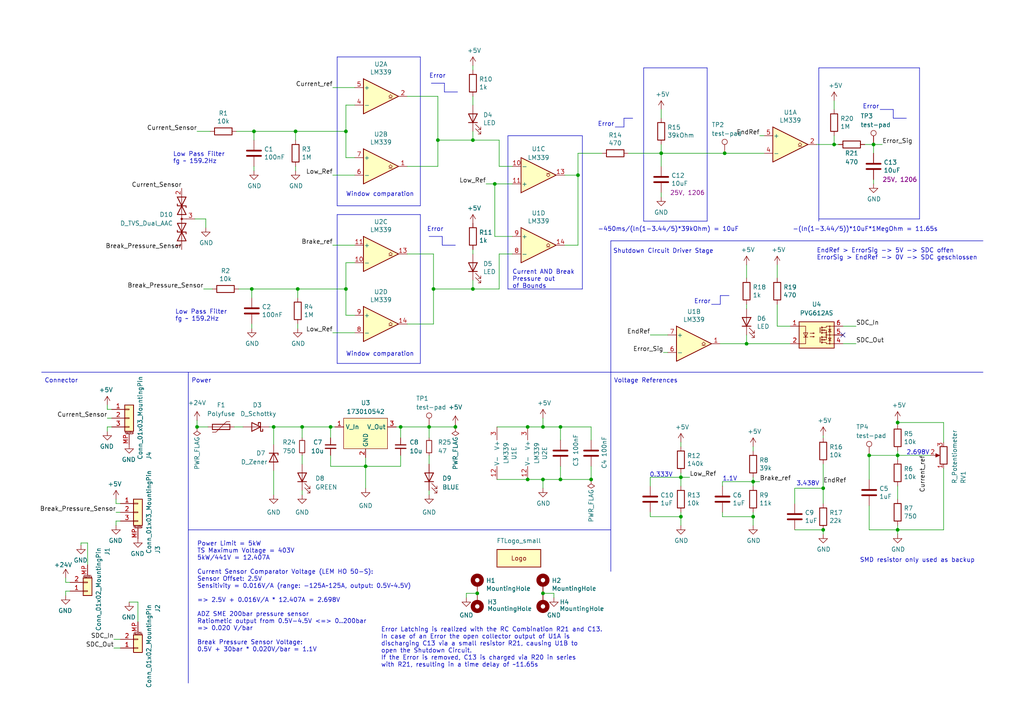
<source format=kicad_sch>
(kicad_sch
	(version 20231120)
	(generator "eeschema")
	(generator_version "8.0")
	(uuid "3b078104-7e9e-4a52-8931-d75a9f32a55c")
	(paper "A4")
	
	(junction
		(at 191.77 44.45)
		(diameter 0)
		(color 0 0 0 0)
		(uuid "02d690d3-7eb1-424b-a637-f0441c446847")
	)
	(junction
		(at 95.885 123.825)
		(diameter 0)
		(color 0 0 0 0)
		(uuid "0458f8d6-d0c3-458c-8e82-cc444fa3124f")
	)
	(junction
		(at 253.365 41.91)
		(diameter 0)
		(color 0 0 0 0)
		(uuid "06c74d33-22f4-4fde-a3fb-20ca542cd4b0")
	)
	(junction
		(at 157.48 172.085)
		(diameter 0)
		(color 0 0 0 0)
		(uuid "06fb1cbb-f25b-4301-b638-062cf91c8fcd")
	)
	(junction
		(at 197.485 138.43)
		(diameter 0)
		(color 0 0 0 0)
		(uuid "07d68cf4-cf26-494a-ad7d-ef3cd03594e6")
	)
	(junction
		(at 86.36 83.82)
		(diameter 0)
		(color 0 0 0 0)
		(uuid "0c064fd7-ff07-4667-bb75-8391ab6f72b5")
	)
	(junction
		(at 153.035 139.065)
		(diameter 0)
		(color 0 0 0 0)
		(uuid "0c0d150e-e401-4a19-9cc8-b434c5ff2e4c")
	)
	(junction
		(at 260.35 153.67)
		(diameter 0)
		(color 0 0 0 0)
		(uuid "112461c7-b9be-42a9-b362-6021372ba978")
	)
	(junction
		(at 171.45 139.065)
		(diameter 0)
		(color 0 0 0 0)
		(uuid "1798150b-b727-43bf-bb89-8ad75b043c93")
	)
	(junction
		(at 218.44 149.86)
		(diameter 0)
		(color 0 0 0 0)
		(uuid "18bcc3e2-20e2-465e-932d-7d26cac36623")
	)
	(junction
		(at 153.035 123.825)
		(diameter 0)
		(color 0 0 0 0)
		(uuid "1c4342d2-bcf1-4d37-a8c2-8d777f124aa2")
	)
	(junction
		(at 157.48 139.065)
		(diameter 0)
		(color 0 0 0 0)
		(uuid "2f84e17f-2d98-4988-8b9b-c91ff5594bdf")
	)
	(junction
		(at 143.51 53.34)
		(diameter 0)
		(color 0 0 0 0)
		(uuid "30b5ee56-3720-4a2d-9ee0-78d5fbd48af0")
	)
	(junction
		(at 125.73 83.82)
		(diameter 0)
		(color 0 0 0 0)
		(uuid "3368e8f6-165f-48eb-ac32-83cb88e63377")
	)
	(junction
		(at 260.35 132.08)
		(diameter 0)
		(color 0 0 0 0)
		(uuid "43ab5b80-79a9-4b08-b8f6-496557d74bf7")
	)
	(junction
		(at 252.095 132.08)
		(diameter 0)
		(color 0 0 0 0)
		(uuid "44fc85d1-0129-44f6-a7d1-776198683d7c")
	)
	(junction
		(at 124.46 123.825)
		(diameter 0)
		(color 0 0 0 0)
		(uuid "4935f7b4-c7f7-48a5-9121-8ebe77ce7023")
	)
	(junction
		(at 127 40.64)
		(diameter 0)
		(color 0 0 0 0)
		(uuid "4a804cbc-b668-42b2-9234-66b7081b2220")
	)
	(junction
		(at 260.35 122.555)
		(diameter 0)
		(color 0 0 0 0)
		(uuid "4bb7811f-eb59-4730-bf50-2113e6571f32")
	)
	(junction
		(at 87.63 123.825)
		(diameter 0)
		(color 0 0 0 0)
		(uuid "51655b20-c8fa-46dd-b8d8-ed44ee7b58e0")
	)
	(junction
		(at 116.205 123.825)
		(diameter 0)
		(color 0 0 0 0)
		(uuid "548e3987-aa39-4ea0-9f8f-bfa1774b0b92")
	)
	(junction
		(at 138.43 172.085)
		(diameter 0)
		(color 0 0 0 0)
		(uuid "55f4ecea-f517-46db-a8cc-bd98c075fb13")
	)
	(junction
		(at 137.16 40.64)
		(diameter 0)
		(color 0 0 0 0)
		(uuid "59019b33-e5d7-47a5-b697-da92c960d293")
	)
	(junction
		(at 167.64 50.8)
		(diameter 0)
		(color 0 0 0 0)
		(uuid "5d4c51cc-3039-45de-aede-c6f0bf2ba6b8")
	)
	(junction
		(at 241.935 41.91)
		(diameter 0)
		(color 0 0 0 0)
		(uuid "5fd5a07e-a9a3-48ea-88f8-c5d741b0d6b2")
	)
	(junction
		(at 218.44 139.7)
		(diameter 0)
		(color 0 0 0 0)
		(uuid "66aa2089-8ff2-4077-9185-adefd252a2c8")
	)
	(junction
		(at 210.185 44.45)
		(diameter 0)
		(color 0 0 0 0)
		(uuid "73350c8d-7141-4f80-abc3-d3171757ddd2")
	)
	(junction
		(at 238.76 153.67)
		(diameter 0)
		(color 0 0 0 0)
		(uuid "7709efe2-1390-487e-91e6-d8be8132aee9")
	)
	(junction
		(at 162.56 139.065)
		(diameter 0)
		(color 0 0 0 0)
		(uuid "8588352e-a2f9-4b66-95d7-e68f2a9c9038")
	)
	(junction
		(at 73.025 83.82)
		(diameter 0)
		(color 0 0 0 0)
		(uuid "8fa915e0-51c7-444b-8cc2-e8bb066962d7")
	)
	(junction
		(at 85.725 38.1)
		(diameter 0)
		(color 0 0 0 0)
		(uuid "a3688ae8-4672-4a89-af8c-8385ab151417")
	)
	(junction
		(at 57.15 123.825)
		(diameter 0)
		(color 0 0 0 0)
		(uuid "a6c6b364-7bce-4201-95f1-7583ff490abc")
	)
	(junction
		(at 162.56 123.825)
		(diameter 0)
		(color 0 0 0 0)
		(uuid "ae3f1345-5a2d-4f4d-ae05-dcebe084d843")
	)
	(junction
		(at 79.375 123.825)
		(diameter 0)
		(color 0 0 0 0)
		(uuid "be863020-4567-4509-bdcb-56bb803255c4")
	)
	(junction
		(at 157.48 123.825)
		(diameter 0)
		(color 0 0 0 0)
		(uuid "c6621e4e-1941-4ea1-9bfd-ebb879e0a948")
	)
	(junction
		(at 197.485 149.86)
		(diameter 0)
		(color 0 0 0 0)
		(uuid "c80b2f69-626e-4538-a37b-c1e0cbdfd599")
	)
	(junction
		(at 137.16 83.82)
		(diameter 0)
		(color 0 0 0 0)
		(uuid "cd84f5ae-cacc-4b78-9237-e9c6379a489b")
	)
	(junction
		(at 132.08 123.825)
		(diameter 0)
		(color 0 0 0 0)
		(uuid "d0ffe236-7d4f-4569-a5ad-619ee72a59c6")
	)
	(junction
		(at 238.76 141.605)
		(diameter 0)
		(color 0 0 0 0)
		(uuid "d3799bb2-a9db-4f42-8072-f7a4360b3370")
	)
	(junction
		(at 100.33 83.82)
		(diameter 0)
		(color 0 0 0 0)
		(uuid "efc63770-6c1a-4d94-b98e-634a1e24ff45")
	)
	(junction
		(at 100.33 38.1)
		(diameter 0)
		(color 0 0 0 0)
		(uuid "f2fcb01b-f454-47c9-a1b7-a081b24ae0cf")
	)
	(junction
		(at 216.535 99.695)
		(diameter 0)
		(color 0 0 0 0)
		(uuid "fa9d8a9b-57c4-492e-8ec2-e4c36e6342f7")
	)
	(junction
		(at 73.66 38.1)
		(diameter 0)
		(color 0 0 0 0)
		(uuid "fc2323eb-cb28-44c9-bec4-7732f2cd2e68")
	)
	(junction
		(at 106.045 135.255)
		(diameter 0)
		(color 0 0 0 0)
		(uuid "fd0e4892-3053-494b-b2b0-13d651fdaf55")
	)
	(no_connect
		(at 244.475 97.155)
		(uuid "d3ddf772-ea98-490c-bf6e-303d1758f40b")
	)
	(polyline
		(pts
			(xy 97.79 59.69) (xy 97.79 16.51)
		)
		(stroke
			(width 0)
			(type default)
		)
		(uuid "001e511e-de57-4a85-9bab-dd234b1015fa")
	)
	(polyline
		(pts
			(xy 125.095 24.13) (xy 128.905 24.13)
		)
		(stroke
			(width 0)
			(type solid)
		)
		(uuid "0078c7ef-7e33-44d6-b635-4885fd7831ca")
	)
	(wire
		(pts
			(xy 32.385 121.285) (xy 31.115 121.285)
		)
		(stroke
			(width 0)
			(type default)
		)
		(uuid "00b14196-a93a-4f20-b3c2-8e9db93cec6f")
	)
	(wire
		(pts
			(xy 137.16 27.94) (xy 137.16 30.48)
		)
		(stroke
			(width 0)
			(type default)
		)
		(uuid "00dc4daf-f5b5-4889-a6f1-e85d8f7b08c8")
	)
	(wire
		(pts
			(xy 140.97 53.34) (xy 143.51 53.34)
		)
		(stroke
			(width 0)
			(type default)
		)
		(uuid "01f2e5d3-4296-4677-bff4-8d113ba07bd3")
	)
	(wire
		(pts
			(xy 238.76 126.365) (xy 238.76 127)
		)
		(stroke
			(width 0)
			(type default)
		)
		(uuid "024a4d45-f78d-4557-9f62-8f2c4b21d132")
	)
	(wire
		(pts
			(xy 243.205 41.91) (xy 241.935 41.91)
		)
		(stroke
			(width 0)
			(type default)
		)
		(uuid "044387c8-7065-4901-b719-a6c257a2745b")
	)
	(wire
		(pts
			(xy 197.485 149.86) (xy 197.485 152.4)
		)
		(stroke
			(width 0)
			(type default)
		)
		(uuid "0597ed0d-4656-46d5-af17-2d9c89c7fd61")
	)
	(wire
		(pts
			(xy 163.83 71.12) (xy 167.64 71.12)
		)
		(stroke
			(width 0)
			(type default)
		)
		(uuid "061beca8-7fa4-470e-8d52-2be35660c92e")
	)
	(wire
		(pts
			(xy 273.685 153.67) (xy 260.35 153.67)
		)
		(stroke
			(width 0)
			(type default)
		)
		(uuid "0a396313-07ab-4f53-9146-483e6f1547fc")
	)
	(wire
		(pts
			(xy 230.505 141.605) (xy 238.76 141.605)
		)
		(stroke
			(width 0)
			(type default)
		)
		(uuid "0b6bf03c-7b37-4526-b905-aaeacce58b2a")
	)
	(wire
		(pts
			(xy 106.045 132.715) (xy 106.045 135.255)
		)
		(stroke
			(width 0)
			(type default)
		)
		(uuid "0c33e869-acbf-41d4-b086-12b2f47c41f9")
	)
	(wire
		(pts
			(xy 252.095 132.08) (xy 260.35 132.08)
		)
		(stroke
			(width 0)
			(type default)
		)
		(uuid "0cc0b05b-d9e3-468f-b0ec-bb2d7b05cad6")
	)
	(wire
		(pts
			(xy 137.16 83.82) (xy 144.78 83.82)
		)
		(stroke
			(width 0)
			(type default)
		)
		(uuid "0d07fcd0-f92e-413f-ac02-3d86fb67e7ad")
	)
	(wire
		(pts
			(xy 100.33 83.82) (xy 100.33 91.44)
		)
		(stroke
			(width 0)
			(type default)
		)
		(uuid "0d94ae63-5f0d-4821-b883-bd63b5162d65")
	)
	(wire
		(pts
			(xy 137.16 81.28) (xy 137.16 83.82)
		)
		(stroke
			(width 0)
			(type default)
		)
		(uuid "0f223f09-e7ec-4975-a031-a23d16355a82")
	)
	(wire
		(pts
			(xy 144.78 48.26) (xy 144.78 40.64)
		)
		(stroke
			(width 0)
			(type default)
		)
		(uuid "0f8741af-8122-4c88-bec3-b4327e4feb9b")
	)
	(wire
		(pts
			(xy 238.76 134.62) (xy 238.76 141.605)
		)
		(stroke
			(width 0)
			(type default)
		)
		(uuid "10a0b4ae-27da-4447-8abc-2d3ac8f3d620")
	)
	(wire
		(pts
			(xy 191.77 55.88) (xy 191.77 57.15)
		)
		(stroke
			(width 0)
			(type default)
		)
		(uuid "10f1da89-6f6a-46cb-a319-375bc5280e4b")
	)
	(wire
		(pts
			(xy 188.595 149.86) (xy 197.485 149.86)
		)
		(stroke
			(width 0)
			(type default)
		)
		(uuid "120c46a5-1723-47ce-8724-833f29687cb8")
	)
	(polyline
		(pts
			(xy 180.975 34.29) (xy 183.515 34.29)
		)
		(stroke
			(width 0)
			(type solid)
		)
		(uuid "1289eba9-c355-42e3-b3a8-46ea8c858553")
	)
	(wire
		(pts
			(xy 230.505 153.67) (xy 238.76 153.67)
		)
		(stroke
			(width 0)
			(type default)
		)
		(uuid "13eae7a8-c8d4-4a74-a325-219af8799895")
	)
	(wire
		(pts
			(xy 236.855 41.91) (xy 241.935 41.91)
		)
		(stroke
			(width 0)
			(type default)
		)
		(uuid "14034313-28ce-418b-9c1d-68184c5ad3f6")
	)
	(wire
		(pts
			(xy 116.205 123.825) (xy 124.46 123.825)
		)
		(stroke
			(width 0)
			(type default)
		)
		(uuid "1403f7d1-64a3-48fe-90d3-dc853604b652")
	)
	(wire
		(pts
			(xy 191.77 44.45) (xy 191.77 41.91)
		)
		(stroke
			(width 0)
			(type default)
		)
		(uuid "14976ad9-7af3-449e-969a-dabe604db984")
	)
	(wire
		(pts
			(xy 209.55 148.59) (xy 209.55 149.86)
		)
		(stroke
			(width 0)
			(type default)
		)
		(uuid "17abc560-a41b-47dc-ab11-11014fe7bfcc")
	)
	(wire
		(pts
			(xy 157.48 139.065) (xy 162.56 139.065)
		)
		(stroke
			(width 0)
			(type default)
		)
		(uuid "188001dc-f484-4138-a372-50f5ca12ac0c")
	)
	(wire
		(pts
			(xy 124.46 123.825) (xy 124.46 127)
		)
		(stroke
			(width 0)
			(type default)
		)
		(uuid "1befc1e9-d449-4d05-affd-ff63fbb6178a")
	)
	(wire
		(pts
			(xy 68.58 38.1) (xy 73.66 38.1)
		)
		(stroke
			(width 0)
			(type default)
		)
		(uuid "1ccafd5e-08c7-4535-b73b-f77c1ba21da5")
	)
	(wire
		(pts
			(xy 244.475 99.695) (xy 248.285 99.695)
		)
		(stroke
			(width 0)
			(type default)
		)
		(uuid "1d0a5ef0-0b22-45f2-9605-f2d62c596f35")
	)
	(wire
		(pts
			(xy 127 40.64) (xy 137.16 40.64)
		)
		(stroke
			(width 0)
			(type default)
		)
		(uuid "1d3861ad-bf1a-4b41-910a-1bcd44423bf6")
	)
	(polyline
		(pts
			(xy 121.92 16.51) (xy 121.92 59.69)
		)
		(stroke
			(width 0)
			(type default)
		)
		(uuid "1eda520c-dec0-4da9-bfcd-5279b8cdac81")
	)
	(wire
		(pts
			(xy 260.35 152.4) (xy 260.35 153.67)
		)
		(stroke
			(width 0)
			(type default)
		)
		(uuid "1ee67f8b-5604-4109-8297-33f5cc49f0fd")
	)
	(wire
		(pts
			(xy 79.375 123.825) (xy 87.63 123.825)
		)
		(stroke
			(width 0)
			(type default)
		)
		(uuid "1f07c4d0-8f68-40c2-aebb-120a9effec3b")
	)
	(wire
		(pts
			(xy 106.045 135.255) (xy 116.205 135.255)
		)
		(stroke
			(width 0)
			(type default)
		)
		(uuid "216fb90c-6f87-40dd-b949-62be97dd97df")
	)
	(wire
		(pts
			(xy 125.73 93.98) (xy 118.11 93.98)
		)
		(stroke
			(width 0)
			(type default)
		)
		(uuid "21d74ba7-2814-4833-9cbb-22ad5d79d3dc")
	)
	(wire
		(pts
			(xy 60.325 123.825) (xy 57.15 123.825)
		)
		(stroke
			(width 0)
			(type default)
		)
		(uuid "21f43952-e581-4625-b646-a8a272a514b9")
	)
	(wire
		(pts
			(xy 253.365 41.91) (xy 253.365 44.45)
		)
		(stroke
			(width 0)
			(type default)
		)
		(uuid "22d99b63-8bea-48c9-98e6-eda12c7977f1")
	)
	(polyline
		(pts
			(xy 237.49 63.5) (xy 266.7 63.5)
		)
		(stroke
			(width 0)
			(type default)
		)
		(uuid "236a00e1-e639-44d1-a1d4-60cd441d82e9")
	)
	(wire
		(pts
			(xy 73.66 48.26) (xy 73.66 49.53)
		)
		(stroke
			(width 0)
			(type default)
		)
		(uuid "25e092fc-deed-47a1-b6a0-7cdef9fd2396")
	)
	(polyline
		(pts
			(xy 206.375 88.265) (xy 208.915 88.265)
		)
		(stroke
			(width 0)
			(type solid)
		)
		(uuid "27d993d8-7612-42b8-aff0-342c28898a00")
	)
	(polyline
		(pts
			(xy 128.905 26.67) (xy 132.715 26.67)
		)
		(stroke
			(width 0)
			(type solid)
		)
		(uuid "2876d16e-097a-47f2-b487-a17ed0f36d5f")
	)
	(wire
		(pts
			(xy 241.935 29.21) (xy 241.935 31.75)
		)
		(stroke
			(width 0)
			(type default)
		)
		(uuid "2a493b31-a13a-4aed-a683-bea3c889beb0")
	)
	(wire
		(pts
			(xy 85.725 40.64) (xy 85.725 38.1)
		)
		(stroke
			(width 0)
			(type default)
		)
		(uuid "2a831477-d633-447d-8624-5be1b843e471")
	)
	(wire
		(pts
			(xy 86.36 83.82) (xy 100.33 83.82)
		)
		(stroke
			(width 0)
			(type default)
		)
		(uuid "2a944ed6-4ad9-4711-8528-f6dda82d3d91")
	)
	(polyline
		(pts
			(xy 54.61 107.95) (xy 54.61 198.12)
		)
		(stroke
			(width 0)
			(type default)
		)
		(uuid "2b9bbbcf-3e95-4bba-a878-0c0c16d5b02d")
	)
	(wire
		(pts
			(xy 218.44 139.7) (xy 218.44 140.97)
		)
		(stroke
			(width 0)
			(type default)
		)
		(uuid "2d095b22-d27f-410c-80cb-80e19a581eff")
	)
	(wire
		(pts
			(xy 118.11 27.94) (xy 127 27.94)
		)
		(stroke
			(width 0)
			(type default)
		)
		(uuid "3013cdc8-80db-42e1-8d05-754e7cdf0f06")
	)
	(wire
		(pts
			(xy 34.925 146.05) (xy 33.655 146.05)
		)
		(stroke
			(width 0)
			(type default)
		)
		(uuid "3014a030-2b92-4ea9-aa44-389b15d5c7c4")
	)
	(wire
		(pts
			(xy 20.32 168.91) (xy 19.05 168.91)
		)
		(stroke
			(width 0)
			(type default)
		)
		(uuid "31f2526e-be2e-443d-bd80-493dc079c3f1")
	)
	(wire
		(pts
			(xy 95.885 123.825) (xy 95.885 127)
		)
		(stroke
			(width 0)
			(type default)
		)
		(uuid "33105f4b-f47b-4119-aa7e-e2906461987f")
	)
	(polyline
		(pts
			(xy 128.905 24.13) (xy 128.905 26.67)
		)
		(stroke
			(width 0)
			(type solid)
		)
		(uuid "3639d1d8-9a8b-4479-9419-0bbf03c83844")
	)
	(wire
		(pts
			(xy 148.59 48.26) (xy 144.78 48.26)
		)
		(stroke
			(width 0)
			(type default)
		)
		(uuid "39d81bf0-761a-4c95-a8ea-2b60e098a8f2")
	)
	(wire
		(pts
			(xy 87.63 132.08) (xy 87.63 134.62)
		)
		(stroke
			(width 0)
			(type default)
		)
		(uuid "3b94f7cc-1bbe-4f9e-9bf5-f9c0f6183298")
	)
	(wire
		(pts
			(xy 225.425 94.615) (xy 229.235 94.615)
		)
		(stroke
			(width 0)
			(type default)
		)
		(uuid "3d001dc4-94bc-4f7e-950c-757374016f54")
	)
	(wire
		(pts
			(xy 124.46 142.24) (xy 124.46 143.51)
		)
		(stroke
			(width 0)
			(type default)
		)
		(uuid "3d868ad1-914e-4bbc-8c72-aa09bdf2f744")
	)
	(wire
		(pts
			(xy 87.63 123.825) (xy 87.63 127)
		)
		(stroke
			(width 0)
			(type default)
		)
		(uuid "3dc14943-d1aa-4203-b279-84ace039c92e")
	)
	(wire
		(pts
			(xy 216.535 88.265) (xy 216.535 89.535)
		)
		(stroke
			(width 0)
			(type default)
		)
		(uuid "3dd28df5-363b-4563-91b9-3a214c0a7204")
	)
	(wire
		(pts
			(xy 137.16 40.64) (xy 144.78 40.64)
		)
		(stroke
			(width 0)
			(type default)
		)
		(uuid "4063ed0f-5e2f-4106-900d-656097b1ea94")
	)
	(wire
		(pts
			(xy 143.51 68.58) (xy 148.59 68.58)
		)
		(stroke
			(width 0)
			(type default)
		)
		(uuid "45bd3f3d-f7b4-4793-8d20-9cfb29ce164c")
	)
	(polyline
		(pts
			(xy 168.91 39.37) (xy 168.91 83.82)
		)
		(stroke
			(width 0)
			(type default)
		)
		(uuid "464696f4-8924-40b8-9f30-3aac5ba7902e")
	)
	(wire
		(pts
			(xy 33.655 152.4) (xy 33.655 151.13)
		)
		(stroke
			(width 0)
			(type default)
		)
		(uuid "4651fa25-82b9-44b9-8981-909315c2b2fb")
	)
	(wire
		(pts
			(xy 59.055 83.82) (xy 61.595 83.82)
		)
		(stroke
			(width 0)
			(type default)
		)
		(uuid "46a97759-619f-44ab-a056-49f30ef50f47")
	)
	(wire
		(pts
			(xy 218.44 138.43) (xy 218.44 139.7)
		)
		(stroke
			(width 0)
			(type default)
		)
		(uuid "48c4fc06-0c85-48af-b2cf-6878e20db610")
	)
	(wire
		(pts
			(xy 32.385 123.825) (xy 31.115 123.825)
		)
		(stroke
			(width 0)
			(type default)
		)
		(uuid "4a443806-848f-44d8-8c49-e628577502b9")
	)
	(wire
		(pts
			(xy 188.595 97.155) (xy 193.675 97.155)
		)
		(stroke
			(width 0)
			(type default)
		)
		(uuid "4c9e552f-8ede-4c66-8d24-025ae040e7ad")
	)
	(polyline
		(pts
			(xy 121.92 59.69) (xy 97.79 59.69)
		)
		(stroke
			(width 0)
			(type default)
		)
		(uuid "4f5d1f21-ccd7-4ff7-a7bc-9fd9e11790a9")
	)
	(polyline
		(pts
			(xy 259.08 34.29) (xy 262.89 34.29)
		)
		(stroke
			(width 0)
			(type solid)
		)
		(uuid "4fbd31df-b708-475e-88d1-cf11f1d86d67")
	)
	(wire
		(pts
			(xy 260.35 132.08) (xy 269.875 132.08)
		)
		(stroke
			(width 0)
			(type default)
		)
		(uuid "512b2b08-f402-4cc7-87ce-98dcdc1e29b9")
	)
	(polyline
		(pts
			(xy 147.32 39.37) (xy 147.32 83.82)
		)
		(stroke
			(width 0)
			(type default)
		)
		(uuid "5373489d-609a-44ad-8d47-ae922f4f39b0")
	)
	(polyline
		(pts
			(xy 205.105 19.685) (xy 186.69 19.685)
		)
		(stroke
			(width 0)
			(type default)
		)
		(uuid "54f404ca-28f7-4fed-87e6-df6bdf53b8bf")
	)
	(polyline
		(pts
			(xy 97.79 62.23) (xy 121.92 62.23)
		)
		(stroke
			(width 0)
			(type default)
		)
		(uuid "588a8328-0c06-43ea-ba0a-a9a5875263e7")
	)
	(wire
		(pts
			(xy 73.025 93.98) (xy 73.025 95.25)
		)
		(stroke
			(width 0)
			(type default)
		)
		(uuid "58ce2a38-3c32-4467-8882-267205ef6cce")
	)
	(wire
		(pts
			(xy 125.73 83.82) (xy 125.73 93.98)
		)
		(stroke
			(width 0)
			(type default)
		)
		(uuid "5a23084a-1682-40a1-8b13-4820af964169")
	)
	(polyline
		(pts
			(xy 128.27 68.58) (xy 128.27 71.12)
		)
		(stroke
			(width 0)
			(type solid)
		)
		(uuid "5b6279b8-3d2b-46e6-afb2-6b2a6fb38bbd")
	)
	(wire
		(pts
			(xy 96.52 96.52) (xy 102.87 96.52)
		)
		(stroke
			(width 0)
			(type default)
		)
		(uuid "5c6ed078-a2bc-403a-9b34-0d133236d753")
	)
	(polyline
		(pts
			(xy 121.92 105.41) (xy 97.79 105.41)
		)
		(stroke
			(width 0)
			(type default)
		)
		(uuid "5c70cea8-9769-415b-bcc7-f8bb41a0c9b2")
	)
	(wire
		(pts
			(xy 59.69 63.5) (xy 56.515 63.5)
		)
		(stroke
			(width 0)
			(type default)
		)
		(uuid "5f4cd65c-e6b0-4c31-ae3d-9d27e7f64832")
	)
	(wire
		(pts
			(xy 127 40.64) (xy 127 27.94)
		)
		(stroke
			(width 0)
			(type default)
		)
		(uuid "600bbab9-7f19-4ea4-b617-73b78b70e2c1")
	)
	(wire
		(pts
			(xy 137.16 19.05) (xy 137.16 20.32)
		)
		(stroke
			(width 0)
			(type default)
		)
		(uuid "601b497d-e5df-4108-a523-828b4551291e")
	)
	(wire
		(pts
			(xy 260.35 122.555) (xy 273.685 122.555)
		)
		(stroke
			(width 0)
			(type default)
		)
		(uuid "609f1ec7-9cce-4499-900e-512147397fb4")
	)
	(wire
		(pts
			(xy 260.35 140.97) (xy 260.35 144.78)
		)
		(stroke
			(width 0)
			(type default)
		)
		(uuid "62de040a-9468-466e-bf45-b1f612f34b5d")
	)
	(wire
		(pts
			(xy 252.095 153.67) (xy 260.35 153.67)
		)
		(stroke
			(width 0)
			(type default)
		)
		(uuid "641ade85-6bbd-4eba-99a2-1461307da5c0")
	)
	(wire
		(pts
			(xy 87.63 142.24) (xy 87.63 143.51)
		)
		(stroke
			(width 0)
			(type default)
		)
		(uuid "649d226e-d908-4fb5-8991-0af73607b009")
	)
	(wire
		(pts
			(xy 96.52 71.12) (xy 102.87 71.12)
		)
		(stroke
			(width 0)
			(type default)
		)
		(uuid "64be79ff-65eb-4a3a-bf4b-f5e204971850")
	)
	(wire
		(pts
			(xy 210.185 44.45) (xy 221.615 44.45)
		)
		(stroke
			(width 0)
			(type default)
		)
		(uuid "6abcf0e1-bc51-4895-8d1d-d9053c606b20")
	)
	(wire
		(pts
			(xy 78.105 123.825) (xy 79.375 123.825)
		)
		(stroke
			(width 0)
			(type default)
		)
		(uuid "6edfb8a9-8cc9-42e4-8258-00d0e8e0202c")
	)
	(wire
		(pts
			(xy 102.87 76.2) (xy 100.33 76.2)
		)
		(stroke
			(width 0)
			(type default)
		)
		(uuid "708aa86d-bf05-4c57-aaae-6df603e15a2e")
	)
	(wire
		(pts
			(xy 114.935 123.825) (xy 116.205 123.825)
		)
		(stroke
			(width 0)
			(type default)
		)
		(uuid "7097e522-77cd-43b1-8ac8-1ba3b7f41191")
	)
	(polyline
		(pts
			(xy 147.32 83.82) (xy 168.91 83.82)
		)
		(stroke
			(width 0)
			(type default)
		)
		(uuid "70f2f59e-d26a-4945-859b-cb890c9d15da")
	)
	(wire
		(pts
			(xy 216.535 99.695) (xy 208.915 99.695)
		)
		(stroke
			(width 0)
			(type default)
		)
		(uuid "71feb915-488e-4dff-851c-13304d9e648c")
	)
	(wire
		(pts
			(xy 188.595 138.43) (xy 188.595 140.97)
		)
		(stroke
			(width 0)
			(type default)
		)
		(uuid "736337ad-7c35-4001-ba96-09066e183edd")
	)
	(wire
		(pts
			(xy 73.025 83.82) (xy 86.36 83.82)
		)
		(stroke
			(width 0)
			(type default)
		)
		(uuid "738d50ac-2592-4f26-bae9-6debec8e4e85")
	)
	(polyline
		(pts
			(xy 180.975 36.83) (xy 180.975 34.29)
		)
		(stroke
			(width 0)
			(type solid)
		)
		(uuid "74fbde27-3525-488a-8484-501309e98b13")
	)
	(wire
		(pts
			(xy 96.52 25.4) (xy 102.87 25.4)
		)
		(stroke
			(width 0)
			(type default)
		)
		(uuid "7641fc4e-3dd4-4bd7-b699-8138af94aa90")
	)
	(polyline
		(pts
			(xy 186.69 19.685) (xy 186.69 64.135)
		)
		(stroke
			(width 0)
			(type default)
		)
		(uuid "7674f190-796f-4bd8-85c0-1bec074adfdb")
	)
	(polyline
		(pts
			(xy 97.79 105.41) (xy 97.79 62.23)
		)
		(stroke
			(width 0)
			(type default)
		)
		(uuid "7766a5db-d545-4a0c-beb1-8abcda00e205")
	)
	(wire
		(pts
			(xy 100.33 45.72) (xy 102.87 45.72)
		)
		(stroke
			(width 0)
			(type default)
		)
		(uuid "7844f367-70a2-40d8-ba8f-ff033f5d6977")
	)
	(wire
		(pts
			(xy 57.15 123.825) (xy 57.15 121.92)
		)
		(stroke
			(width 0)
			(type default)
		)
		(uuid "7ad9f868-8fb2-4e1d-9f5f-2a059a17f32a")
	)
	(wire
		(pts
			(xy 209.55 139.7) (xy 209.55 140.97)
		)
		(stroke
			(width 0)
			(type default)
		)
		(uuid "7c5f0b29-5814-4f07-a24f-06b2f0303fa8")
	)
	(polyline
		(pts
			(xy 186.69 64.135) (xy 205.105 64.135)
		)
		(stroke
			(width 0)
			(type default)
		)
		(uuid "7d1887cf-0537-4b67-b1d3-7fbdeffeca64")
	)
	(wire
		(pts
			(xy 73.66 38.1) (xy 73.66 40.64)
		)
		(stroke
			(width 0)
			(type default)
		)
		(uuid "7f0b9979-b71e-485b-b4f5-832749647b9d")
	)
	(wire
		(pts
			(xy 248.285 94.615) (xy 244.475 94.615)
		)
		(stroke
			(width 0)
			(type default)
		)
		(uuid "806ed57f-a53b-4b4b-a18a-0a4cc392cc84")
	)
	(wire
		(pts
			(xy 157.48 121.285) (xy 157.48 123.825)
		)
		(stroke
			(width 0)
			(type default)
		)
		(uuid "80eb8b13-ad1d-4b8d-b97d-32b9bd5b67c4")
	)
	(wire
		(pts
			(xy 197.485 128.27) (xy 197.485 129.54)
		)
		(stroke
			(width 0)
			(type default)
		)
		(uuid "853f63b4-82c5-4d12-b58d-488e3212b24c")
	)
	(wire
		(pts
			(xy 157.48 123.825) (xy 162.56 123.825)
		)
		(stroke
			(width 0)
			(type default)
		)
		(uuid "8543a557-ae40-469a-91bc-7ee90405d181")
	)
	(wire
		(pts
			(xy 253.365 52.07) (xy 253.365 53.34)
		)
		(stroke
			(width 0)
			(type default)
		)
		(uuid "85a0f3a5-268b-40c3-abd6-a8f0e4bc85a6")
	)
	(wire
		(pts
			(xy 238.76 153.67) (xy 238.76 154.94)
		)
		(stroke
			(width 0)
			(type default)
		)
		(uuid "86875330-ff76-4e25-b30a-1817080df15f")
	)
	(wire
		(pts
			(xy 153.035 123.825) (xy 157.48 123.825)
		)
		(stroke
			(width 0)
			(type default)
		)
		(uuid "87df2899-3b9e-436c-8917-6fee4ae4eb3d")
	)
	(wire
		(pts
			(xy 144.145 123.825) (xy 153.035 123.825)
		)
		(stroke
			(width 0)
			(type default)
		)
		(uuid "882ccace-32df-4a77-99db-1439be4f6f64")
	)
	(wire
		(pts
			(xy 95.885 132.08) (xy 95.885 135.255)
		)
		(stroke
			(width 0)
			(type default)
		)
		(uuid "88ff9093-8d75-4c2b-bf8f-3c46a5df128a")
	)
	(wire
		(pts
			(xy 167.64 50.8) (xy 163.83 50.8)
		)
		(stroke
			(width 0)
			(type default)
		)
		(uuid "8a491fca-e998-4b94-b713-5a1667b2c7c2")
	)
	(wire
		(pts
			(xy 218.44 149.86) (xy 218.44 152.4)
		)
		(stroke
			(width 0)
			(type default)
		)
		(uuid "8ad2b125-cd02-4535-9a5d-631b96e88032")
	)
	(wire
		(pts
			(xy 162.56 123.825) (xy 171.45 123.825)
		)
		(stroke
			(width 0)
			(type default)
		)
		(uuid "8ba55fb3-8db2-4277-884f-2bce1355cf54")
	)
	(polyline
		(pts
			(xy 178.435 36.83) (xy 180.975 36.83)
		)
		(stroke
			(width 0)
			(type solid)
		)
		(uuid "8c457f7f-b5f6-466d-bea8-12b38b608338")
	)
	(polyline
		(pts
			(xy 266.7 19.685) (xy 266.7 63.5)
		)
		(stroke
			(width 0)
			(type default)
		)
		(uuid "8cc23b6a-73fd-4c95-9e74-84ea83042d6b")
	)
	(wire
		(pts
			(xy 273.685 135.89) (xy 273.685 153.67)
		)
		(stroke
			(width 0)
			(type default)
		)
		(uuid "8d898212-f734-461b-a672-bc2f933ef973")
	)
	(wire
		(pts
			(xy 32.385 118.745) (xy 31.115 118.745)
		)
		(stroke
			(width 0)
			(type default)
		)
		(uuid "8da7390e-b891-4d83-a231-b46390bf5713")
	)
	(wire
		(pts
			(xy 34.925 151.13) (xy 33.655 151.13)
		)
		(stroke
			(width 0)
			(type default)
		)
		(uuid "8eb885ec-27fa-40d7-bf51-33e42fe3bf01")
	)
	(wire
		(pts
			(xy 225.425 76.835) (xy 225.425 80.645)
		)
		(stroke
			(width 0)
			(type default)
		)
		(uuid "8f57bc11-c785-4fc6-81a2-3383b86a612b")
	)
	(wire
		(pts
			(xy 95.885 123.825) (xy 97.155 123.825)
		)
		(stroke
			(width 0)
			(type default)
		)
		(uuid "8fcb4e5c-ba40-48d6-be53-57fe310f184e")
	)
	(wire
		(pts
			(xy 216.535 97.155) (xy 216.535 99.695)
		)
		(stroke
			(width 0)
			(type default)
		)
		(uuid "906e4ff9-665e-4cb5-80e5-8ca2e618c4bc")
	)
	(wire
		(pts
			(xy 40.005 174.625) (xy 40.005 180.34)
		)
		(stroke
			(width 0)
			(type default)
		)
		(uuid "9101f307-16cc-4e41-8cdb-c12754a539c1")
	)
	(wire
		(pts
			(xy 218.44 148.59) (xy 218.44 149.86)
		)
		(stroke
			(width 0)
			(type default)
		)
		(uuid "914a66dd-0116-4f07-8d31-a37f9d606019")
	)
	(wire
		(pts
			(xy 69.215 83.82) (xy 73.025 83.82)
		)
		(stroke
			(width 0)
			(type default)
		)
		(uuid "91fc3c78-9d36-44f1-b514-a962c809ec34")
	)
	(wire
		(pts
			(xy 250.825 41.91) (xy 253.365 41.91)
		)
		(stroke
			(width 0)
			(type default)
		)
		(uuid "9234c646-e20a-4593-af6b-c8a5dcbd51d4")
	)
	(wire
		(pts
			(xy 197.485 138.43) (xy 197.485 140.97)
		)
		(stroke
			(width 0)
			(type default)
		)
		(uuid "92dc6f5e-25a3-4bfb-9fb3-ddb92ce66627")
	)
	(wire
		(pts
			(xy 218.44 139.7) (xy 209.55 139.7)
		)
		(stroke
			(width 0)
			(type default)
		)
		(uuid "934cb7ad-0508-46fb-a83e-985e00564717")
	)
	(polyline
		(pts
			(xy 147.32 39.37) (xy 168.91 39.37)
		)
		(stroke
			(width 0)
			(type default)
		)
		(uuid "93565e28-e235-4fc4-803a-3acf4d72ffc5")
	)
	(polyline
		(pts
			(xy 177.165 69.85) (xy 285.115 69.85)
		)
		(stroke
			(width 0)
			(type default)
		)
		(uuid "94013b7a-59a0-4273-90bc-da95c8db1a0c")
	)
	(wire
		(pts
			(xy 85.725 48.26) (xy 85.725 49.53)
		)
		(stroke
			(width 0)
			(type default)
		)
		(uuid "943907ec-586e-4127-a3bd-bb7bd746b2d3")
	)
	(wire
		(pts
			(xy 143.51 53.34) (xy 148.59 53.34)
		)
		(stroke
			(width 0)
			(type default)
		)
		(uuid "9542ce02-813b-4f41-8521-f5b253987a24")
	)
	(wire
		(pts
			(xy 87.63 123.825) (xy 95.885 123.825)
		)
		(stroke
			(width 0)
			(type default)
		)
		(uuid "97543a4a-ef34-45d2-9b8b-e833e35302fa")
	)
	(wire
		(pts
			(xy 125.73 73.66) (xy 125.73 83.82)
		)
		(stroke
			(width 0)
			(type default)
		)
		(uuid "97b637c1-55ad-484e-9ddb-95fa03b2b2cd")
	)
	(wire
		(pts
			(xy 229.235 99.695) (xy 216.535 99.695)
		)
		(stroke
			(width 0)
			(type default)
		)
		(uuid "9821d49b-effc-45f5-87d4-20e5551537f3")
	)
	(wire
		(pts
			(xy 191.77 44.45) (xy 191.77 48.26)
		)
		(stroke
			(width 0)
			(type default)
		)
		(uuid "987080df-e9b2-4df6-8bf5-1fe9f4284f23")
	)
	(wire
		(pts
			(xy 33.655 144.78) (xy 33.655 146.05)
		)
		(stroke
			(width 0)
			(type default)
		)
		(uuid "98de0a24-2348-4676-82fa-239c195769a6")
	)
	(polyline
		(pts
			(xy 255.27 31.75) (xy 259.08 31.75)
		)
		(stroke
			(width 0)
			(type solid)
		)
		(uuid "992f07d9-bfd1-47c8-92dd-80a567d43861")
	)
	(wire
		(pts
			(xy 273.685 122.555) (xy 273.685 128.27)
		)
		(stroke
			(width 0)
			(type default)
		)
		(uuid "9d5be662-a22d-4c9f-864d-9b9835ca92b2")
	)
	(wire
		(pts
			(xy 73.025 86.36) (xy 73.025 83.82)
		)
		(stroke
			(width 0)
			(type default)
		)
		(uuid "9e1fbc47-56c3-42b0-a174-79ac5cca7685")
	)
	(wire
		(pts
			(xy 96.52 50.8) (xy 102.87 50.8)
		)
		(stroke
			(width 0)
			(type default)
		)
		(uuid "9e2c6809-1d8f-46b8-8348-21fb1272bdd2")
	)
	(wire
		(pts
			(xy 171.45 135.255) (xy 171.45 139.065)
		)
		(stroke
			(width 0)
			(type default)
		)
		(uuid "9e6fa4d7-7609-4713-99d3-81a086429362")
	)
	(polyline
		(pts
			(xy 237.49 19.685) (xy 237.49 64.135)
		)
		(stroke
			(width 0)
			(type default)
		)
		(uuid "a13d3e97-e748-4a06-b00e-228fb37c0b0c")
	)
	(wire
		(pts
			(xy 255.905 41.91) (xy 253.365 41.91)
		)
		(stroke
			(width 0)
			(type default)
		)
		(uuid "a1ce4b15-5b1d-480f-b785-f15e18b0c41a")
	)
	(wire
		(pts
			(xy 218.44 129.54) (xy 218.44 130.81)
		)
		(stroke
			(width 0)
			(type default)
		)
		(uuid "a32e9ec3-b492-49f9-bf81-141e733acc59")
	)
	(wire
		(pts
			(xy 191.77 44.45) (xy 210.185 44.45)
		)
		(stroke
			(width 0)
			(type default)
		)
		(uuid "a3a1f9cd-fd2c-4c52-a45c-962ccbed39da")
	)
	(wire
		(pts
			(xy 100.33 91.44) (xy 102.87 91.44)
		)
		(stroke
			(width 0)
			(type default)
		)
		(uuid "a4f76639-f23b-4da3-af7c-8e6513ca1ae9")
	)
	(polyline
		(pts
			(xy 266.7 19.685) (xy 237.49 19.685)
		)
		(stroke
			(width 0)
			(type default)
		)
		(uuid "a5de92f8-016f-4396-9a5a-cd4ea2049f22")
	)
	(wire
		(pts
			(xy 116.205 132.08) (xy 116.205 135.255)
		)
		(stroke
			(width 0)
			(type default)
		)
		(uuid "a7b8884f-7447-486d-b5d1-96f4310fafe2")
	)
	(wire
		(pts
			(xy 85.725 38.1) (xy 100.33 38.1)
		)
		(stroke
			(width 0)
			(type default)
		)
		(uuid "a83a7d88-3c8a-485e-9470-8add6b9883f6")
	)
	(polyline
		(pts
			(xy 208.915 88.265) (xy 208.915 85.725)
		)
		(stroke
			(width 0)
			(type solid)
		)
		(uuid "a89d5ac0-a70f-4cef-8759-19d96198a822")
	)
	(wire
		(pts
			(xy 59.69 66.04) (xy 59.69 63.5)
		)
		(stroke
			(width 0)
			(type default)
		)
		(uuid "a96d972a-da97-4415-a074-376abc811d0f")
	)
	(wire
		(pts
			(xy 230.505 146.05) (xy 230.505 141.605)
		)
		(stroke
			(width 0)
			(type default)
		)
		(uuid "a9ec6472-216d-49ff-a6bc-31da70717e3d")
	)
	(wire
		(pts
			(xy 23.495 157.48) (xy 23.495 158.115)
		)
		(stroke
			(width 0)
			(type default)
		)
		(uuid "aa1ff7c7-b73b-4749-9cd4-e961742f41be")
	)
	(wire
		(pts
			(xy 220.345 139.7) (xy 218.44 139.7)
		)
		(stroke
			(width 0)
			(type default)
		)
		(uuid "ab49f29c-39ad-43db-86b1-bf207d76c9d5")
	)
	(wire
		(pts
			(xy 160.655 172.085) (xy 160.655 173.355)
		)
		(stroke
			(width 0)
			(type default)
		)
		(uuid "ac7c2b66-82fb-4e9f-ba45-401b407475b4")
	)
	(wire
		(pts
			(xy 100.33 76.2) (xy 100.33 83.82)
		)
		(stroke
			(width 0)
			(type default)
		)
		(uuid "ae971fb3-2817-4c08-a70b-777a233fc7cf")
	)
	(wire
		(pts
			(xy 241.935 41.91) (xy 241.935 39.37)
		)
		(stroke
			(width 0)
			(type default)
		)
		(uuid "af60606b-1a3b-4f47-ac5a-d905f60070e3")
	)
	(wire
		(pts
			(xy 73.66 38.1) (xy 85.725 38.1)
		)
		(stroke
			(width 0)
			(type default)
		)
		(uuid "af8ed89e-fc0b-4539-b838-151d99950cc9")
	)
	(polyline
		(pts
			(xy 259.08 31.75) (xy 259.08 34.29)
		)
		(stroke
			(width 0)
			(type solid)
		)
		(uuid "b0105d6e-ad79-448c-811c-b9c50515ed82")
	)
	(wire
		(pts
			(xy 153.035 139.065) (xy 157.48 139.065)
		)
		(stroke
			(width 0)
			(type default)
		)
		(uuid "b1ec9677-7456-495d-b26b-857c7a83de7a")
	)
	(wire
		(pts
			(xy 125.73 83.82) (xy 137.16 83.82)
		)
		(stroke
			(width 0)
			(type default)
		)
		(uuid "b36c1c77-4324-4ac9-af1a-9644ebca8a09")
	)
	(polyline
		(pts
			(xy 128.27 71.12) (xy 132.08 71.12)
		)
		(stroke
			(width 0)
			(type solid)
		)
		(uuid "b4b97b05-999c-41bf-846e-6c611bd1665f")
	)
	(wire
		(pts
			(xy 33.02 187.96) (xy 34.925 187.96)
		)
		(stroke
			(width 0)
			(type default)
		)
		(uuid "b8849807-a4aa-41c1-b5b9-9442de13299f")
	)
	(wire
		(pts
			(xy 79.375 136.525) (xy 79.375 143.51)
		)
		(stroke
			(width 0)
			(type default)
		)
		(uuid "b88bd020-e3af-4d73-8aec-7540cb3b32a1")
	)
	(polyline
		(pts
			(xy 177.165 107.95) (xy 177.165 165.735)
		)
		(stroke
			(width 0)
			(type default)
		)
		(uuid "ba4602b7-f4a4-43ac-89f2-d8277c0efd09")
	)
	(wire
		(pts
			(xy 260.35 121.92) (xy 260.35 122.555)
		)
		(stroke
			(width 0)
			(type default)
		)
		(uuid "bbbff29a-ae16-4b41-becc-61b6b42fa612")
	)
	(wire
		(pts
			(xy 162.56 135.255) (xy 162.56 139.065)
		)
		(stroke
			(width 0)
			(type default)
		)
		(uuid "bd16bd3c-f77a-4584-97bd-2614cb5966b7")
	)
	(wire
		(pts
			(xy 260.35 132.08) (xy 260.35 133.35)
		)
		(stroke
			(width 0)
			(type default)
		)
		(uuid "bd341905-8aea-402e-86b6-2bec47e27b75")
	)
	(polyline
		(pts
			(xy 208.915 85.725) (xy 211.455 85.725)
		)
		(stroke
			(width 0)
			(type solid)
		)
		(uuid "c0ba2a5d-e637-47d8-9bed-0ffe9dba56dc")
	)
	(wire
		(pts
			(xy 20.32 171.45) (xy 19.05 171.45)
		)
		(stroke
			(width 0)
			(type default)
		)
		(uuid "c0d117c9-e4a4-4254-9e2f-f4600d0b0e15")
	)
	(polyline
		(pts
			(xy 12.065 107.95) (xy 285.115 107.95)
		)
		(stroke
			(width 0)
			(type default)
		)
		(uuid "c2d47e65-9190-4c2d-9bd2-8a784b8570e3")
	)
	(wire
		(pts
			(xy 135.255 172.085) (xy 135.255 173.355)
		)
		(stroke
			(width 0)
			(type default)
		)
		(uuid "c33972ea-ed54-4d66-90cd-411d4a413b42")
	)
	(wire
		(pts
			(xy 188.595 138.43) (xy 197.485 138.43)
		)
		(stroke
			(width 0)
			(type default)
		)
		(uuid "c413a890-f4a6-49ef-a63f-ac82e8ae0932")
	)
	(wire
		(pts
			(xy 95.885 135.255) (xy 106.045 135.255)
		)
		(stroke
			(width 0)
			(type default)
		)
		(uuid "c750e2e6-4e53-4314-8c81-75ec0757e350")
	)
	(wire
		(pts
			(xy 19.05 171.45) (xy 19.05 172.72)
		)
		(stroke
			(width 0)
			(type default)
		)
		(uuid "c7cb71a6-27ac-48be-adbf-673e11bb5f21")
	)
	(wire
		(pts
			(xy 209.55 149.86) (xy 218.44 149.86)
		)
		(stroke
			(width 0)
			(type default)
		)
		(uuid "c8e4c482-64f9-431e-ac00-7aa687b26bec")
	)
	(wire
		(pts
			(xy 220.345 39.37) (xy 221.615 39.37)
		)
		(stroke
			(width 0)
			(type default)
		)
		(uuid "c8ee4881-36e0-4ef1-93f6-4460695e1ed3")
	)
	(polyline
		(pts
			(xy 177.165 107.95) (xy 177.165 69.85)
		)
		(stroke
			(width 0)
			(type default)
		)
		(uuid "c91ab8bb-46af-4bfc-95de-ec40ee5f0bfa")
	)
	(wire
		(pts
			(xy 31.115 125.095) (xy 31.115 123.825)
		)
		(stroke
			(width 0)
			(type default)
		)
		(uuid "c9c842fc-301a-417a-9552-3e69cc4ae5ef")
	)
	(wire
		(pts
			(xy 260.35 154.94) (xy 260.35 153.67)
		)
		(stroke
			(width 0)
			(type default)
		)
		(uuid "cc443ab3-f10a-4b76-893d-fbb0f6ea01cb")
	)
	(wire
		(pts
			(xy 171.45 123.825) (xy 171.45 127.635)
		)
		(stroke
			(width 0)
			(type default)
		)
		(uuid "cdaae09e-19c4-4871-854d-b993d7e2c675")
	)
	(wire
		(pts
			(xy 118.11 48.26) (xy 127 48.26)
		)
		(stroke
			(width 0)
			(type default)
		)
		(uuid "ced8ad73-0fed-4e70-b09d-8a0c2411b35c")
	)
	(wire
		(pts
			(xy 127 40.64) (xy 127 48.26)
		)
		(stroke
			(width 0)
			(type default)
		)
		(uuid "cf13725a-3b14-46f1-b276-5e6943a07923")
	)
	(wire
		(pts
			(xy 144.78 73.66) (xy 148.59 73.66)
		)
		(stroke
			(width 0)
			(type default)
		)
		(uuid "cf67d11b-1000-4656-81d8-0ef58cb6c770")
	)
	(wire
		(pts
			(xy 67.945 123.825) (xy 70.485 123.825)
		)
		(stroke
			(width 0)
			(type default)
		)
		(uuid "d0a31565-8332-432c-8e31-063454e99560")
	)
	(wire
		(pts
			(xy 260.35 122.555) (xy 260.35 123.19)
		)
		(stroke
			(width 0)
			(type default)
		)
		(uuid "d0c81249-de23-4417-be7c-e1527a8518c6")
	)
	(wire
		(pts
			(xy 102.87 30.48) (xy 100.33 30.48)
		)
		(stroke
			(width 0)
			(type default)
		)
		(uuid "d120b92d-cb8f-4c22-a77d-03f4d7ac4859")
	)
	(wire
		(pts
			(xy 238.76 141.605) (xy 238.76 146.05)
		)
		(stroke
			(width 0)
			(type default)
		)
		(uuid "d1b72740-4cb3-4995-9510-4c7ccd1b86af")
	)
	(wire
		(pts
			(xy 19.05 168.91) (xy 19.05 167.64)
		)
		(stroke
			(width 0)
			(type default)
		)
		(uuid "d2bcc1a7-8914-4fab-9e6c-c608d935aff5")
	)
	(polyline
		(pts
			(xy 205.105 64.135) (xy 205.105 19.685)
		)
		(stroke
			(width 0)
			(type default)
		)
		(uuid "d3688f22-e914-4cb3-ab02-a2a18f033408")
	)
	(polyline
		(pts
			(xy 54.61 153.67) (xy 177.165 153.67)
		)
		(stroke
			(width 0)
			(type default)
		)
		(uuid "d3b5cd42-164b-47e5-8b19-e721fe5675d1")
	)
	(wire
		(pts
			(xy 86.36 93.98) (xy 86.36 95.25)
		)
		(stroke
			(width 0)
			(type default)
		)
		(uuid "d557cbb9-8eb1-4e1d-b16b-00d0fdb4c1b9")
	)
	(wire
		(pts
			(xy 162.56 139.065) (xy 171.45 139.065)
		)
		(stroke
			(width 0)
			(type default)
		)
		(uuid "d761bb1d-8214-40f0-91e2-6c609e2c652c")
	)
	(wire
		(pts
			(xy 34.925 148.59) (xy 33.655 148.59)
		)
		(stroke
			(width 0)
			(type default)
		)
		(uuid "d77f2a91-b44e-44c3-8c32-a2d9ca73b663")
	)
	(polyline
		(pts
			(xy 97.79 16.51) (xy 121.92 16.51)
		)
		(stroke
			(width 0)
			(type default)
		)
		(uuid "d793ceb0-acf7-400b-ae25-6e84691974c3")
	)
	(wire
		(pts
			(xy 157.48 139.065) (xy 157.48 141.605)
		)
		(stroke
			(width 0)
			(type default)
		)
		(uuid "d8f07337-1fe1-4ee0-a2ec-a7a79c6cf7ca")
	)
	(wire
		(pts
			(xy 124.46 123.825) (xy 132.08 123.825)
		)
		(stroke
			(width 0)
			(type default)
		)
		(uuid "d9b16fed-5655-44f1-81be-258112efa75d")
	)
	(wire
		(pts
			(xy 225.425 88.265) (xy 225.425 94.615)
		)
		(stroke
			(width 0)
			(type default)
		)
		(uuid "da4f00bd-eb21-4beb-99c7-48f8c810bc5c")
	)
	(wire
		(pts
			(xy 79.375 123.825) (xy 79.375 128.905)
		)
		(stroke
			(width 0)
			(type default)
		)
		(uuid "db8b51ee-9a42-47b3-aa86-12c202c78366")
	)
	(wire
		(pts
			(xy 252.095 146.685) (xy 252.095 153.67)
		)
		(stroke
			(width 0)
			(type default)
		)
		(uuid "de1cc6b2-1fee-4e76-8445-1e061ce73ced")
	)
	(wire
		(pts
			(xy 162.56 123.825) (xy 162.56 127.635)
		)
		(stroke
			(width 0)
			(type default)
		)
		(uuid "de520b0c-0822-40d5-bba8-06f9f77557ff")
	)
	(wire
		(pts
			(xy 191.77 31.75) (xy 191.77 34.29)
		)
		(stroke
			(width 0)
			(type default)
		)
		(uuid "df80f5ac-6f5a-438e-94ee-80db5fa7c516")
	)
	(wire
		(pts
			(xy 144.78 73.66) (xy 144.78 83.82)
		)
		(stroke
			(width 0)
			(type default)
		)
		(uuid "e16ff895-954c-417d-961d-05db42d326ac")
	)
	(wire
		(pts
			(xy 216.535 76.835) (xy 216.535 80.645)
		)
		(stroke
			(width 0)
			(type default)
		)
		(uuid "e3256bf1-233c-4456-848c-ba69cf42803a")
	)
	(wire
		(pts
			(xy 138.43 172.085) (xy 135.255 172.085)
		)
		(stroke
			(width 0)
			(type default)
		)
		(uuid "e35dffc2-aade-40b6-b687-cbeafdbca7bc")
	)
	(wire
		(pts
			(xy 37.465 174.625) (xy 40.005 174.625)
		)
		(stroke
			(width 0)
			(type default)
		)
		(uuid "e396474d-f90f-445c-a045-985d01506be0")
	)
	(wire
		(pts
			(xy 252.095 132.08) (xy 252.095 139.065)
		)
		(stroke
			(width 0)
			(type default)
		)
		(uuid "e58d24cd-e44b-4d98-8847-0a071ea7aa29")
	)
	(wire
		(pts
			(xy 197.485 148.59) (xy 197.485 149.86)
		)
		(stroke
			(width 0)
			(type default)
		)
		(uuid "e63ccf36-4c07-4f72-9764-8a8228df2dd5")
	)
	(wire
		(pts
			(xy 116.205 123.825) (xy 116.205 127)
		)
		(stroke
			(width 0)
			(type default)
		)
		(uuid "e6786400-6f5c-43be-b396-9bd8a634187f")
	)
	(wire
		(pts
			(xy 33.02 185.42) (xy 34.925 185.42)
		)
		(stroke
			(width 0)
			(type default)
		)
		(uuid "e6d40f18-b5e1-4b73-9096-558206f98244")
	)
	(wire
		(pts
			(xy 124.46 132.08) (xy 124.46 134.62)
		)
		(stroke
			(width 0)
			(type default)
		)
		(uuid "e6ded1d8-cde8-4ac4-a8f8-30cafde4bd99")
	)
	(wire
		(pts
			(xy 132.08 123.825) (xy 132.08 123.19)
		)
		(stroke
			(width 0)
			(type default)
		)
		(uuid "e9c130dc-3f69-45ec-98be-07fb171e31f0")
	)
	(wire
		(pts
			(xy 192.405 102.235) (xy 193.675 102.235)
		)
		(stroke
			(width 0)
			(type default)
		)
		(uuid "ec0fd20f-e9a6-491b-b645-6da79e7a4d03")
	)
	(wire
		(pts
			(xy 260.35 130.81) (xy 260.35 132.08)
		)
		(stroke
			(width 0)
			(type default)
		)
		(uuid "ec556239-6062-44fa-b462-c9359372bd25")
	)
	(wire
		(pts
			(xy 167.64 44.45) (xy 167.64 50.8)
		)
		(stroke
			(width 0)
			(type default)
		)
		(uuid "ece00c6e-a534-42db-ba0b-4e66f50312d3")
	)
	(wire
		(pts
			(xy 86.36 86.36) (xy 86.36 83.82)
		)
		(stroke
			(width 0)
			(type default)
		)
		(uuid "ed4cb9ad-774a-4b1d-a65a-7244338e9758")
	)
	(wire
		(pts
			(xy 182.245 44.45) (xy 191.77 44.45)
		)
		(stroke
			(width 0)
			(type default)
		)
		(uuid "edd5d032-af3f-43d7-aaa0-4add4d485a31")
	)
	(wire
		(pts
			(xy 167.64 44.45) (xy 174.625 44.45)
		)
		(stroke
			(width 0)
			(type default)
		)
		(uuid "edf65984-40ec-40e5-8627-6ef42f18042a")
	)
	(polyline
		(pts
			(xy 124.46 68.58) (xy 128.27 68.58)
		)
		(stroke
			(width 0)
			(type solid)
		)
		(uuid "ef891513-c5aa-432a-9131-c0cacf8df7de")
	)
	(wire
		(pts
			(xy 157.48 172.085) (xy 160.655 172.085)
		)
		(stroke
			(width 0)
			(type default)
		)
		(uuid "efe11776-0d21-4ef1-a6db-58a09321abbb")
	)
	(wire
		(pts
			(xy 200.025 138.43) (xy 197.485 138.43)
		)
		(stroke
			(width 0)
			(type default)
		)
		(uuid "f02f217c-3f41-44f0-a541-0aac69b0ed32")
	)
	(wire
		(pts
			(xy 31.115 117.475) (xy 31.115 118.745)
		)
		(stroke
			(width 0)
			(type default)
		)
		(uuid "f07a61fb-a5ab-416c-a247-b45a58e654a4")
	)
	(wire
		(pts
			(xy 137.16 72.39) (xy 137.16 73.66)
		)
		(stroke
			(width 0)
			(type default)
		)
		(uuid "f086a45a-3d1f-49e1-9b8c-e5a7b0858aeb")
	)
	(wire
		(pts
			(xy 137.16 38.1) (xy 137.16 40.64)
		)
		(stroke
			(width 0)
			(type default)
		)
		(uuid "f18753bb-e781-43db-bb94-501d2185835f")
	)
	(wire
		(pts
			(xy 143.51 53.34) (xy 143.51 68.58)
		)
		(stroke
			(width 0)
			(type default)
		)
		(uuid "f3f2d88f-b663-4183-b2de-6dc2d963ccf7")
	)
	(polyline
		(pts
			(xy 121.92 62.23) (xy 121.92 105.41)
		)
		(stroke
			(width 0)
			(type default)
		)
		(uuid "f5d47597-d1b4-4cd3-9da1-a02bf119a874")
	)
	(wire
		(pts
			(xy 106.045 135.255) (xy 106.045 141.605)
		)
		(stroke
			(width 0)
			(type default)
		)
		(uuid "f8cf2827-88aa-4e92-b500-2dbd800e50ed")
	)
	(wire
		(pts
			(xy 188.595 149.86) (xy 188.595 148.59)
		)
		(stroke
			(width 0)
			(type default)
		)
		(uuid "f95bacdd-2b23-4fdd-9f47-78218e402e9c")
	)
	(wire
		(pts
			(xy 25.4 157.48) (xy 23.495 157.48)
		)
		(stroke
			(width 0)
			(type default)
		)
		(uuid "fa7abd8f-4720-4c8c-82a9-d398156f502f")
	)
	(wire
		(pts
			(xy 167.64 50.8) (xy 167.64 71.12)
		)
		(stroke
			(width 0)
			(type default)
		)
		(uuid "fa985ba0-ca62-4f81-b18f-5e60e3f882b9")
	)
	(wire
		(pts
			(xy 25.4 163.83) (xy 25.4 157.48)
		)
		(stroke
			(width 0)
			(type default)
		)
		(uuid "fbc89bde-6dbf-444c-ac38-aec13985f737")
	)
	(wire
		(pts
			(xy 197.485 137.16) (xy 197.485 138.43)
		)
		(stroke
			(width 0)
			(type default)
		)
		(uuid "fc4fa640-acff-4d50-9b45-f9f489537e75")
	)
	(wire
		(pts
			(xy 118.11 73.66) (xy 125.73 73.66)
		)
		(stroke
			(width 0)
			(type default)
		)
		(uuid "fc61db99-df2f-4b0a-8397-c603dd8da6de")
	)
	(wire
		(pts
			(xy 144.145 139.065) (xy 153.035 139.065)
		)
		(stroke
			(width 0)
			(type default)
		)
		(uuid "fcd2ab98-bb71-49cc-acc2-c87e8763df4d")
	)
	(wire
		(pts
			(xy 57.15 38.1) (xy 60.96 38.1)
		)
		(stroke
			(width 0)
			(type default)
		)
		(uuid "fd1714e9-a6b2-443f-9378-eb7580b10604")
	)
	(wire
		(pts
			(xy 100.33 30.48) (xy 100.33 38.1)
		)
		(stroke
			(width 0)
			(type default)
		)
		(uuid "fd6d2257-f8c1-4fc4-8935-6865af47e9d3")
	)
	(wire
		(pts
			(xy 100.33 38.1) (xy 100.33 45.72)
		)
		(stroke
			(width 0)
			(type default)
		)
		(uuid "ff13aec3-7783-4baf-898f-93f01280fa8f")
	)
	(text "EndRef > ErrorSig -> 5V -> SDC offen\nErrorSig > EndRef -> 0V -> SDC geschlossen"
		(exclude_from_sim no)
		(at 236.855 75.565 0)
		(effects
			(font
				(size 1.27 1.27)
			)
			(justify left bottom)
		)
		(uuid "10f3f5c9-2183-433a-9d52-94f6637385de")
	)
	(text "Shutdown Circuit Driver Stage"
		(exclude_from_sim no)
		(at 177.8 73.66 0)
		(effects
			(font
				(size 1.27 1.27)
			)
			(justify left bottom)
		)
		(uuid "2b1581b8-6a82-4a65-ab55-f88d24b7b484")
	)
	(text "0.333V"
		(exclude_from_sim no)
		(at 191.77 137.795 0)
		(effects
			(font
				(size 1.27 1.27)
			)
		)
		(uuid "34b01161-e7a2-4352-a4f0-7946a269658c")
	)
	(text "TODOs:\n- Neue Kondensator für C12 und C13 aussuchen"
		(exclude_from_sim no)
		(at 10.16 216.535 0)
		(effects
			(font
				(size 1.27 1.27)
			)
			(justify left)
		)
		(uuid "3b0709b3-292d-459d-bd2c-67a7fcbe90c8")
	)
	(text "Current AND Break \nPressure out \nof Bounds\n"
		(exclude_from_sim no)
		(at 148.59 83.82 0)
		(effects
			(font
				(size 1.27 1.27)
			)
			(justify left bottom)
		)
		(uuid "4adc31fb-1826-409e-9dba-1546c87cae0b")
	)
	(text "Error"
		(exclude_from_sim no)
		(at 173.355 36.83 0)
		(effects
			(font
				(size 1.27 1.27)
			)
			(justify left bottom)
		)
		(uuid "59753539-28a4-4578-9952-78c4b817b8f6")
	)
	(text "Low Pass Filter\nfg ~ 159.2Hz"
		(exclude_from_sim no)
		(at 50.8 93.345 0)
		(effects
			(font
				(size 1.27 1.27)
			)
			(justify left bottom)
		)
		(uuid "60c39b9c-26db-40e3-997f-85611641af3c")
	)
	(text "Low Pass Filter\nfg ~ 159.2Hz"
		(exclude_from_sim no)
		(at 50.165 47.625 0)
		(effects
			(font
				(size 1.27 1.27)
			)
			(justify left bottom)
		)
		(uuid "61732727-c0f9-45e4-b6ae-68587c0d24ec")
	)
	(text "1.1V"
		(exclude_from_sim no)
		(at 209.55 139.7 0)
		(effects
			(font
				(size 1.27 1.27)
			)
			(justify left bottom)
		)
		(uuid "6217ecae-3787-4ef2-8483-4772c024694e")
	)
	(text "3.438V"
		(exclude_from_sim no)
		(at 234.315 140.335 0)
		(effects
			(font
				(size 1.27 1.27)
			)
		)
		(uuid "62251048-d670-458e-a2c9-09980cd236b2")
	)
	(text "Error"
		(exclude_from_sim no)
		(at 250.19 31.75 0)
		(effects
			(font
				(size 1.27 1.27)
			)
			(justify left bottom)
		)
		(uuid "78a2fbd6-ec96-43e1-8467-53c9840b0276")
	)
	(text "-(ln(1-3.44/5))*10uF*1MegOhm = 11.65s"
		(exclude_from_sim no)
		(at 229.87 67.31 0)
		(effects
			(font
				(size 1.27 1.27)
			)
			(justify left bottom)
		)
		(uuid "7cde2efa-352e-4380-997c-5ba5d8a098c6")
	)
	(text "Voltage References"
		(exclude_from_sim no)
		(at 187.325 110.49 0)
		(effects
			(font
				(size 1.27 1.27)
			)
		)
		(uuid "7f687585-acaa-4d39-b2b7-dc384998fdde")
	)
	(text "Error"
		(exclude_from_sim no)
		(at 201.295 88.265 0)
		(effects
			(font
				(size 1.27 1.27)
			)
			(justify left bottom)
		)
		(uuid "9151a412-0d43-452b-b1d1-8aefe2641d59")
	)
	(text "Window comparation\n"
		(exclude_from_sim no)
		(at 100.33 57.15 0)
		(effects
			(font
				(size 1.27 1.27)
			)
			(justify left bottom)
		)
		(uuid "93ef4fe0-b749-4d9d-8941-8c127c5ae459")
	)
	(text "Error"
		(exclude_from_sim no)
		(at 124.46 22.86 0)
		(effects
			(font
				(size 1.27 1.27)
			)
			(justify left bottom)
		)
		(uuid "9caae028-7f23-4b1f-9b36-ac2d92c94d01")
	)
	(text "2.698V"
		(exclude_from_sim no)
		(at 262.89 132.08 0)
		(effects
			(font
				(size 1.27 1.27)
			)
			(justify left bottom)
		)
		(uuid "9f0b16ba-12e7-4904-aeda-4f98bf2626b8")
	)
	(text "Error"
		(exclude_from_sim no)
		(at 123.825 67.31 0)
		(effects
			(font
				(size 1.27 1.27)
			)
			(justify left bottom)
		)
		(uuid "ade8d90d-0568-4297-a072-387ccfb2ea29")
	)
	(text "SMD resistor only used as backup"
		(exclude_from_sim no)
		(at 266.065 162.56 0)
		(effects
			(font
				(size 1.27 1.27)
			)
		)
		(uuid "b27b6452-9939-40fa-a5f8-f2edbc0850d4")
	)
	(text "Connector"
		(exclude_from_sim no)
		(at 17.78 110.49 0)
		(effects
			(font
				(size 1.27 1.27)
			)
		)
		(uuid "d5e02a24-d354-4087-bb32-34d8baf0ac91")
	)
	(text "Power"
		(exclude_from_sim no)
		(at 58.42 110.49 0)
		(effects
			(font
				(size 1.27 1.27)
			)
		)
		(uuid "e0c52085-32b1-402b-a1ac-2d9bc5a33742")
	)
	(text "Power Limit = 5kW\nTS Maximum Voltage = 403V\n5kW/441V = 12.407A\n\nCurrent Sensor Comparator Voltage (LEM HO 50-S):\nSensor Offset: 2.5V\nSensitivity = 0.016V/A (range: -125A~125A, output: 0.5V~4.5V)\n\n=> 2.5V + 0.016V/A * 12.407A = 2.698V \n\nADZ SME 200bar pressure sensor\nRatiometic output from 0.5V-4.5V <=> 0..200bar\n=> 0.020 V/bar\n\nBreak Pressure Sensor Voltage:\n0.5V + 30bar * 0.020V/bar = 1.1V"
		(exclude_from_sim no)
		(at 57.15 189.23 0)
		(effects
			(font
				(size 1.27 1.27)
			)
			(justify left bottom)
		)
		(uuid "e22ccefc-3300-442e-a43f-6763dc34a4f0")
	)
	(text "-450ms/(ln(1-3.44/5)*39kOhm) = 10uF"
		(exclude_from_sim no)
		(at 173.355 67.31 0)
		(effects
			(font
				(size 1.27 1.27)
			)
			(justify left bottom)
		)
		(uuid "ee684a4e-e295-4f24-b2a3-f758e14c6f97")
	)
	(text "Window comparation"
		(exclude_from_sim no)
		(at 100.33 103.505 0)
		(effects
			(font
				(size 1.27 1.27)
			)
			(justify left bottom)
		)
		(uuid "eebb8b93-58e9-4d24-96e7-ff8e4faf99b4")
	)
	(text "Error Latching is realized with the RC Combination R21 and C13. \nIn case of an Error the open collector output of U1A is \ndischarging C13 via a small resistor R21, causing U1B to\nopen the Shutdown Circuit.\nIf the Error is removed, C13 is charged via R20 in series \nwith R21, resulting in a time delay of ~11.65s"
		(exclude_from_sim no)
		(at 110.49 193.675 0)
		(effects
			(font
				(size 1.27 1.27)
			)
			(justify left bottom)
		)
		(uuid "ff89c4c6-9da4-4591-b17d-a8dddab36438")
	)
	(label "Low_Ref"
		(at 200.025 138.43 0)
		(fields_autoplaced yes)
		(effects
			(font
				(size 1.27 1.27)
			)
			(justify left bottom)
		)
		(uuid "00498cea-dabe-4741-afad-c4b9d30eaf87")
	)
	(label "SDC_Out"
		(at 33.02 187.96 180)
		(fields_autoplaced yes)
		(effects
			(font
				(size 1.27 1.27)
			)
			(justify right bottom)
		)
		(uuid "01944ed0-441a-424a-ab35-d090f2ede2f1")
	)
	(label "Break_Pressure_Sensor"
		(at 59.055 83.82 180)
		(fields_autoplaced yes)
		(effects
			(font
				(size 1.27 1.27)
			)
			(justify right bottom)
		)
		(uuid "2011cf73-7acb-4eb3-aea0-49dc33041d82")
	)
	(label "SDC_Out"
		(at 248.285 99.695 0)
		(fields_autoplaced yes)
		(effects
			(font
				(size 1.27 1.27)
			)
			(justify left bottom)
		)
		(uuid "20d2a669-33b5-4126-a097-82a1ff4bd9ae")
	)
	(label "Error_Sig"
		(at 255.905 41.91 0)
		(fields_autoplaced yes)
		(effects
			(font
				(size 1.27 1.27)
			)
			(justify left bottom)
		)
		(uuid "27d53885-34cc-46ff-944c-a495f1fd49b6")
	)
	(label "Current_ref"
		(at 268.605 132.08 270)
		(fields_autoplaced yes)
		(effects
			(font
				(size 1.27 1.27)
			)
			(justify right bottom)
		)
		(uuid "31a9e3b0-8f71-4a5c-9766-bab575faf1a2")
	)
	(label "EndRef"
		(at 238.76 140.335 0)
		(fields_autoplaced yes)
		(effects
			(font
				(size 1.27 1.27)
			)
			(justify left bottom)
		)
		(uuid "34c31722-70d3-4463-b1e6-a1f93f9a7259")
	)
	(label "Break_Pressure_Sensor"
		(at 52.705 72.39 180)
		(fields_autoplaced yes)
		(effects
			(font
				(size 1.27 1.27)
			)
			(justify right bottom)
		)
		(uuid "376316b4-3516-4973-938a-62c8c07ebb34")
	)
	(label "Low_Ref"
		(at 96.52 96.52 180)
		(fields_autoplaced yes)
		(effects
			(font
				(size 1.27 1.27)
			)
			(justify right bottom)
		)
		(uuid "3d515198-2321-4dfd-90ea-df2e34f44d68")
	)
	(label "Brake_ref"
		(at 220.345 139.7 0)
		(fields_autoplaced yes)
		(effects
			(font
				(size 1.27 1.27)
			)
			(justify left bottom)
		)
		(uuid "551f43dd-8fce-4465-bfb6-baad40c826f9")
	)
	(label "Current_Sensor"
		(at 52.705 54.61 180)
		(fields_autoplaced yes)
		(effects
			(font
				(size 1.27 1.27)
			)
			(justify right bottom)
		)
		(uuid "6a14ac4e-37a0-453a-81a2-b9d8ccbecb58")
	)
	(label "EndRef"
		(at 220.345 39.37 180)
		(fields_autoplaced yes)
		(effects
			(font
				(size 1.27 1.27)
			)
			(justify right bottom)
		)
		(uuid "8bd2c64a-61c5-45ed-b7fc-ea0924b7e6b6")
	)
	(label "Break_Pressure_Sensor"
		(at 33.655 148.59 180)
		(fields_autoplaced yes)
		(effects
			(font
				(size 1.27 1.27)
			)
			(justify right bottom)
		)
		(uuid "a0e7c513-1aa5-45a7-bd53-d8612b47107e")
	)
	(label "SDC_In"
		(at 33.02 185.42 180)
		(fields_autoplaced yes)
		(effects
			(font
				(size 1.27 1.27)
			)
			(justify right bottom)
		)
		(uuid "af41ef53-c32d-4cb7-abf5-366a4f3bf8bd")
	)
	(label "Current_ref"
		(at 96.52 25.4 180)
		(fields_autoplaced yes)
		(effects
			(font
				(size 1.27 1.27)
			)
			(justify right bottom)
		)
		(uuid "b526eb4d-e4ba-43aa-94d3-5b617283932e")
	)
	(label "Brake_ref"
		(at 96.52 71.12 180)
		(fields_autoplaced yes)
		(effects
			(font
				(size 1.27 1.27)
			)
			(justify right bottom)
		)
		(uuid "bacbb11b-56fd-4d22-b0c9-6c0449ed3b63")
	)
	(label "Low_Ref"
		(at 96.52 50.8 180)
		(fields_autoplaced yes)
		(effects
			(font
				(size 1.27 1.27)
			)
			(justify right bottom)
		)
		(uuid "c1c82a8a-6534-44e9-bce3-95a6e9c7e200")
	)
	(label "Low_Ref"
		(at 140.97 53.34 180)
		(fields_autoplaced yes)
		(effects
			(font
				(size 1.27 1.27)
			)
			(justify right bottom)
		)
		(uuid "cddd6143-e511-4fbd-846f-a9777bc3d1b1")
	)
	(label "Current_Sensor"
		(at 31.115 121.285 180)
		(fields_autoplaced yes)
		(effects
			(font
				(size 1.27 1.27)
			)
			(justify right bottom)
		)
		(uuid "d286c835-ee9a-42b7-8106-5d264fa2aff7")
	)
	(label "EndRef"
		(at 188.595 97.155 180)
		(fields_autoplaced yes)
		(effects
			(font
				(size 1.27 1.27)
			)
			(justify right bottom)
		)
		(uuid "e00d06f7-b2b9-4c54-8166-b4f481bba9b6")
	)
	(label "Error_Sig"
		(at 192.405 102.235 180)
		(fields_autoplaced yes)
		(effects
			(font
				(size 1.27 1.27)
			)
			(justify right bottom)
		)
		(uuid "f2ea3f0f-d677-4783-9aa6-e20acf91e345")
	)
	(label "Current_Sensor"
		(at 57.15 38.1 180)
		(fields_autoplaced yes)
		(effects
			(font
				(size 1.27 1.27)
			)
			(justify right bottom)
		)
		(uuid "fe10d1b9-a868-4979-acbb-ba421c5ab276")
	)
	(label "SDC_In"
		(at 248.285 94.615 0)
		(fields_autoplaced yes)
		(effects
			(font
				(size 1.27 1.27)
			)
			(justify left bottom)
		)
		(uuid "fffcc387-c343-41e6-b6e4-e1c12ae52060")
	)
	(symbol
		(lib_id "power:GND")
		(at 86.36 95.25 0)
		(unit 1)
		(exclude_from_sim no)
		(in_bom yes)
		(on_board yes)
		(dnp no)
		(uuid "06049587-ebbb-4a51-8eed-6c65f7446fbc")
		(property "Reference" "#PWR010"
			(at 86.36 101.6 0)
			(effects
				(font
					(size 1.27 1.27)
				)
				(hide yes)
			)
		)
		(property "Value" "GND"
			(at 86.487 99.6442 0)
			(effects
				(font
					(size 1.27 1.27)
				)
			)
		)
		(property "Footprint" ""
			(at 86.36 95.25 0)
			(effects
				(font
					(size 1.27 1.27)
				)
				(hide yes)
			)
		)
		(property "Datasheet" ""
			(at 86.36 95.25 0)
			(effects
				(font
					(size 1.27 1.27)
				)
				(hide yes)
			)
		)
		(property "Description" ""
			(at 86.36 95.25 0)
			(effects
				(font
					(size 1.27 1.27)
				)
				(hide yes)
			)
		)
		(pin "1"
			(uuid "fcb49f9b-fa45-4c31-8485-112578c4a0fd")
		)
		(instances
			(project "FT25_BSPD"
				(path "/3b078104-7e9e-4a52-8931-d75a9f32a55c"
					(reference "#PWR010")
					(unit 1)
				)
			)
		)
	)
	(symbol
		(lib_id "power:PWR_FLAG")
		(at 57.15 123.825 180)
		(unit 1)
		(exclude_from_sim no)
		(in_bom yes)
		(on_board yes)
		(dnp no)
		(uuid "08c4bcdc-cbe0-4a4c-8307-d42046d1822f")
		(property "Reference" "#FLG02"
			(at 57.15 125.73 0)
			(effects
				(font
					(size 1.27 1.27)
				)
				(hide yes)
			)
		)
		(property "Value" "PWR_FLAG"
			(at 57.15 131.445 90)
			(effects
				(font
					(size 1.27 1.27)
				)
			)
		)
		(property "Footprint" ""
			(at 57.15 123.825 0)
			(effects
				(font
					(size 1.27 1.27)
				)
				(hide yes)
			)
		)
		(property "Datasheet" "~"
			(at 57.15 123.825 0)
			(effects
				(font
					(size 1.27 1.27)
				)
				(hide yes)
			)
		)
		(property "Description" "Special symbol for telling ERC where power comes from"
			(at 57.15 123.825 0)
			(effects
				(font
					(size 1.27 1.27)
				)
				(hide yes)
			)
		)
		(pin "1"
			(uuid "e370246b-e827-45b2-8aa9-d0be581f3398")
		)
		(instances
			(project "FT25_BSPD"
				(path "/3b078104-7e9e-4a52-8931-d75a9f32a55c"
					(reference "#FLG02")
					(unit 1)
				)
			)
		)
	)
	(symbol
		(lib_id "power:+5V")
		(at 33.655 144.78 0)
		(mirror y)
		(unit 1)
		(exclude_from_sim no)
		(in_bom yes)
		(on_board yes)
		(dnp no)
		(uuid "09570b1c-e08f-47cc-a691-a24bb751448b")
		(property "Reference" "#PWR05"
			(at 33.655 148.59 0)
			(effects
				(font
					(size 1.27 1.27)
				)
				(hide yes)
			)
		)
		(property "Value" "+5V"
			(at 33.274 140.3858 0)
			(effects
				(font
					(size 1.27 1.27)
				)
			)
		)
		(property "Footprint" ""
			(at 33.655 144.78 0)
			(effects
				(font
					(size 1.27 1.27)
				)
				(hide yes)
			)
		)
		(property "Datasheet" ""
			(at 33.655 144.78 0)
			(effects
				(font
					(size 1.27 1.27)
				)
				(hide yes)
			)
		)
		(property "Description" ""
			(at 33.655 144.78 0)
			(effects
				(font
					(size 1.27 1.27)
				)
				(hide yes)
			)
		)
		(pin "1"
			(uuid "3902f155-8aef-4117-a8c4-3471191d7f0b")
		)
		(instances
			(project "FT25_BSPD"
				(path "/3b078104-7e9e-4a52-8931-d75a9f32a55c"
					(reference "#PWR05")
					(unit 1)
				)
			)
		)
	)
	(symbol
		(lib_id "Device:LED")
		(at 124.46 138.43 90)
		(unit 1)
		(exclude_from_sim no)
		(in_bom yes)
		(on_board yes)
		(dnp no)
		(fields_autoplaced yes)
		(uuid "09bab1eb-19ba-40de-91e9-a1759ee35b94")
		(property "Reference" "D9"
			(at 128.27 138.7474 90)
			(effects
				(font
					(size 1.27 1.27)
				)
				(justify right)
			)
		)
		(property "Value" "BLUE"
			(at 128.27 141.2874 90)
			(effects
				(font
					(size 1.27 1.27)
				)
				(justify right)
			)
		)
		(property "Footprint" "LED_SMD:LED_0603_1608Metric"
			(at 124.46 138.43 0)
			(effects
				(font
					(size 1.27 1.27)
				)
				(hide yes)
			)
		)
		(property "Datasheet" "https://www.we-online.com/components/products/datasheet/150060BS75000.pdf"
			(at 124.46 138.43 0)
			(effects
				(font
					(size 1.27 1.27)
				)
				(hide yes)
			)
		)
		(property "Description" "Light emitting diode"
			(at 124.46 138.43 0)
			(effects
				(font
					(size 1.27 1.27)
				)
				(hide yes)
			)
		)
		(property "MPR" "150060BS75000"
			(at 124.46 138.43 90)
			(effects
				(font
					(size 1.27 1.27)
				)
				(hide yes)
			)
		)
		(pin "1"
			(uuid "9a1cb8cd-0896-4c39-967d-21d0cb818793")
		)
		(pin "2"
			(uuid "0fb4f7f8-54b8-4205-bfed-be2e9d744a93")
		)
		(instances
			(project "FT25_BSPD"
				(path "/3b078104-7e9e-4a52-8931-d75a9f32a55c"
					(reference "D9")
					(unit 1)
				)
			)
		)
	)
	(symbol
		(lib_id "FaSTTUBe_Power-Switches:PVG612AS")
		(at 236.855 97.155 0)
		(unit 1)
		(exclude_from_sim no)
		(in_bom yes)
		(on_board yes)
		(dnp no)
		(fields_autoplaced yes)
		(uuid "0d658bcb-1561-45b4-8825-5a9c54ae9c95")
		(property "Reference" "U4"
			(at 236.855 88.265 0)
			(effects
				(font
					(size 1.27 1.27)
				)
			)
		)
		(property "Value" "PVG612AS"
			(at 236.855 90.805 0)
			(effects
				(font
					(size 1.27 1.27)
				)
			)
		)
		(property "Footprint" "Package_DIP:SMDIP-6_W9.53mm"
			(at 236.855 104.775 0)
			(effects
				(font
					(size 1.27 1.27)
				)
				(hide yes)
			)
		)
		(property "Datasheet" "https://www.infineon.com/dgdl/Infineon-PVG612A-DataSheet-v01_00-EN.pdf?fileId=5546d462533600a401535683ca14293a"
			(at 236.855 107.315 0)
			(effects
				(font
					(size 1.27 1.27)
				)
				(hide yes)
			)
		)
		(property "Description" ""
			(at 236.855 97.155 0)
			(effects
				(font
					(size 1.27 1.27)
				)
				(hide yes)
			)
		)
		(pin "1"
			(uuid "a3f0fa6d-634d-4ede-85e1-9db1763e3b94")
		)
		(pin "2"
			(uuid "f6ca8e04-bc20-49dc-845a-0051572f1ff6")
		)
		(pin "3"
			(uuid "ed250c33-5be8-4610-90ff-741e1240acc1")
		)
		(pin "4"
			(uuid "99ba6e6e-aece-4478-8c6a-000a9cd86f79")
		)
		(pin "5"
			(uuid "7ec3cc23-c0d8-43df-8fa7-a579b78fb5ac")
		)
		(pin "6"
			(uuid "f5de51a7-c66f-483b-8d57-bc6c37ac15bb")
		)
		(instances
			(project "FT25_BSPD"
				(path "/3b078104-7e9e-4a52-8931-d75a9f32a55c"
					(reference "U4")
					(unit 1)
				)
			)
		)
	)
	(symbol
		(lib_id "Device:D_TVS_Dual_AAC")
		(at 52.705 63.5 90)
		(unit 1)
		(exclude_from_sim no)
		(in_bom yes)
		(on_board yes)
		(dnp no)
		(fields_autoplaced yes)
		(uuid "0dd6606d-e7b9-42ef-8b81-3880bff026d7")
		(property "Reference" "D10"
			(at 50.165 62.2299 90)
			(effects
				(font
					(size 1.27 1.27)
				)
				(justify left)
			)
		)
		(property "Value" "D_TVS_Dual_AAC"
			(at 50.165 64.7699 90)
			(effects
				(font
					(size 1.27 1.27)
				)
				(justify left)
			)
		)
		(property "Footprint" "Package_TO_SOT_SMD:SOT-23-3"
			(at 52.705 67.31 0)
			(effects
				(font
					(size 1.27 1.27)
				)
				(hide yes)
			)
		)
		(property "Datasheet" "https://www.we-online.com/components/products/datasheet/824022.pdf"
			(at 52.705 67.31 0)
			(effects
				(font
					(size 1.27 1.27)
				)
				(hide yes)
			)
		)
		(property "Description" "Bidirectional dual transient-voltage-suppression diode, center on pin 3"
			(at 52.705 63.5 0)
			(effects
				(font
					(size 1.27 1.27)
				)
				(hide yes)
			)
		)
		(pin "3"
			(uuid "d1f58ea2-4dc3-4566-b2d1-18208dc6268a")
		)
		(pin "1"
			(uuid "b4c8e822-d28d-455f-bfda-f77b6937804e")
		)
		(pin "2"
			(uuid "9cc4e017-f78d-4a63-98e8-2e71d0a89139")
		)
		(instances
			(project ""
				(path "/3b078104-7e9e-4a52-8931-d75a9f32a55c"
					(reference "D10")
					(unit 1)
				)
			)
		)
	)
	(symbol
		(lib_id "power:GND")
		(at 85.725 49.53 0)
		(unit 1)
		(exclude_from_sim no)
		(in_bom yes)
		(on_board yes)
		(dnp no)
		(uuid "0ea11f01-427f-4da3-8848-1693ee7635d8")
		(property "Reference" "#PWR09"
			(at 85.725 55.88 0)
			(effects
				(font
					(size 1.27 1.27)
				)
				(hide yes)
			)
		)
		(property "Value" "GND"
			(at 85.852 53.9242 0)
			(effects
				(font
					(size 1.27 1.27)
				)
			)
		)
		(property "Footprint" ""
			(at 85.725 49.53 0)
			(effects
				(font
					(size 1.27 1.27)
				)
				(hide yes)
			)
		)
		(property "Datasheet" ""
			(at 85.725 49.53 0)
			(effects
				(font
					(size 1.27 1.27)
				)
				(hide yes)
			)
		)
		(property "Description" ""
			(at 85.725 49.53 0)
			(effects
				(font
					(size 1.27 1.27)
				)
				(hide yes)
			)
		)
		(pin "1"
			(uuid "0f91f68d-e9e0-4f73-b6fc-d3e4cf53fe16")
		)
		(instances
			(project "FT25_BSPD"
				(path "/3b078104-7e9e-4a52-8931-d75a9f32a55c"
					(reference "#PWR09")
					(unit 1)
				)
			)
		)
	)
	(symbol
		(lib_id "power:GND")
		(at 191.77 57.15 0)
		(unit 1)
		(exclude_from_sim no)
		(in_bom yes)
		(on_board yes)
		(dnp no)
		(uuid "105fe746-327d-4318-a5af-a7ad0ef7ce2b")
		(property "Reference" "#PWR033"
			(at 191.77 63.5 0)
			(effects
				(font
					(size 1.27 1.27)
				)
				(hide yes)
			)
		)
		(property "Value" "GND"
			(at 191.77 61.595 0)
			(effects
				(font
					(size 1.27 1.27)
				)
			)
		)
		(property "Footprint" ""
			(at 191.77 57.15 0)
			(effects
				(font
					(size 1.27 1.27)
				)
				(hide yes)
			)
		)
		(property "Datasheet" ""
			(at 191.77 57.15 0)
			(effects
				(font
					(size 1.27 1.27)
				)
				(hide yes)
			)
		)
		(property "Description" ""
			(at 191.77 57.15 0)
			(effects
				(font
					(size 1.27 1.27)
				)
				(hide yes)
			)
		)
		(pin "1"
			(uuid "4ab3be2c-b0dc-4ae5-afda-ad19fd3b5e22")
		)
		(instances
			(project "FT25_BSPD"
				(path "/3b078104-7e9e-4a52-8931-d75a9f32a55c"
					(reference "#PWR033")
					(unit 1)
				)
			)
		)
	)
	(symbol
		(lib_name "+5V_1")
		(lib_id "power:+5V")
		(at 132.08 123.19 0)
		(unit 1)
		(exclude_from_sim no)
		(in_bom yes)
		(on_board yes)
		(dnp no)
		(fields_autoplaced yes)
		(uuid "11acbc78-ef9a-4793-ab8e-b71b3e65f4be")
		(property "Reference" "#PWR02"
			(at 132.08 127 0)
			(effects
				(font
					(size 1.27 1.27)
				)
				(hide yes)
			)
		)
		(property "Value" "+5V"
			(at 132.08 118.11 0)
			(effects
				(font
					(size 1.27 1.27)
				)
			)
		)
		(property "Footprint" ""
			(at 132.08 123.19 0)
			(effects
				(font
					(size 1.27 1.27)
				)
				(hide yes)
			)
		)
		(property "Datasheet" ""
			(at 132.08 123.19 0)
			(effects
				(font
					(size 1.27 1.27)
				)
				(hide yes)
			)
		)
		(property "Description" "Power symbol creates a global label with name \"+5V\""
			(at 132.08 123.19 0)
			(effects
				(font
					(size 1.27 1.27)
				)
				(hide yes)
			)
		)
		(pin "1"
			(uuid "252e11de-d058-439e-84fa-c6b3849ba7bc")
		)
		(instances
			(project ""
				(path "/3b078104-7e9e-4a52-8931-d75a9f32a55c"
					(reference "#PWR02")
					(unit 1)
				)
			)
		)
	)
	(symbol
		(lib_id "Device:C")
		(at 188.595 144.78 0)
		(unit 1)
		(exclude_from_sim no)
		(in_bom yes)
		(on_board yes)
		(dnp no)
		(uuid "127019db-918c-4806-99b5-57f9993c8b2d")
		(property "Reference" "C10"
			(at 191.516 143.6116 0)
			(effects
				(font
					(size 1.27 1.27)
				)
				(justify left)
			)
		)
		(property "Value" "1uF"
			(at 191.516 145.923 0)
			(effects
				(font
					(size 1.27 1.27)
				)
				(justify left)
			)
		)
		(property "Footprint" "Capacitor_SMD:C_0603_1608Metric"
			(at 189.5602 148.59 0)
			(effects
				(font
					(size 1.27 1.27)
				)
				(hide yes)
			)
		)
		(property "Datasheet" "~"
			(at 188.595 144.78 0)
			(effects
				(font
					(size 1.27 1.27)
				)
				(hide yes)
			)
		)
		(property "Description" ""
			(at 188.595 144.78 0)
			(effects
				(font
					(size 1.27 1.27)
				)
				(hide yes)
			)
		)
		(pin "1"
			(uuid "a021e4b5-d032-48c4-8bdf-2b925b8ff9fe")
		)
		(pin "2"
			(uuid "c71d8bdb-6ee0-4160-beb6-5aa1a9a8302c")
		)
		(instances
			(project "FT25_BSPD"
				(path "/3b078104-7e9e-4a52-8931-d75a9f32a55c"
					(reference "C10")
					(unit 1)
				)
			)
		)
	)
	(symbol
		(lib_id "Mechanical:MountingHole_Pad")
		(at 138.43 174.625 180)
		(unit 1)
		(exclude_from_sim yes)
		(in_bom no)
		(on_board yes)
		(dnp no)
		(uuid "12841b31-b172-420e-8f83-861cde12c835")
		(property "Reference" "H3"
			(at 144.145 174.625 0)
			(effects
				(font
					(size 1.27 1.27)
				)
				(justify left)
			)
		)
		(property "Value" "MountingHole"
			(at 154.305 176.53 0)
			(effects
				(font
					(size 1.27 1.27)
				)
				(justify left)
			)
		)
		(property "Footprint" "MountingHole:MountingHole_3.2mm_M3_Pad_Via"
			(at 138.43 174.625 0)
			(effects
				(font
					(size 1.27 1.27)
				)
				(hide yes)
			)
		)
		(property "Datasheet" "~"
			(at 138.43 174.625 0)
			(effects
				(font
					(size 1.27 1.27)
				)
				(hide yes)
			)
		)
		(property "Description" "Mounting Hole with connection"
			(at 138.43 174.625 0)
			(effects
				(font
					(size 1.27 1.27)
				)
				(hide yes)
			)
		)
		(pin "1"
			(uuid "35ce0ca8-efc9-4261-a9ad-6b2ee3ce6a45")
		)
		(instances
			(project "FT25_BSPD"
				(path "/3b078104-7e9e-4a52-8931-d75a9f32a55c"
					(reference "H3")
					(unit 1)
				)
			)
		)
	)
	(symbol
		(lib_id "Device:R")
		(at 197.485 133.35 0)
		(unit 1)
		(exclude_from_sim no)
		(in_bom yes)
		(on_board yes)
		(dnp no)
		(uuid "13a0d31a-119a-47e7-9598-9093c49bca1d")
		(property "Reference" "R12"
			(at 199.263 132.1816 0)
			(effects
				(font
					(size 1.27 1.27)
				)
				(justify left)
			)
		)
		(property "Value" "140k"
			(at 199.263 134.493 0)
			(effects
				(font
					(size 1.27 1.27)
				)
				(justify left)
			)
		)
		(property "Footprint" "Resistor_SMD:R_0603_1608Metric"
			(at 195.707 133.35 90)
			(effects
				(font
					(size 1.27 1.27)
				)
				(hide yes)
			)
		)
		(property "Datasheet" "~"
			(at 197.485 133.35 0)
			(effects
				(font
					(size 1.27 1.27)
				)
				(hide yes)
			)
		)
		(property "Description" ""
			(at 197.485 133.35 0)
			(effects
				(font
					(size 1.27 1.27)
				)
				(hide yes)
			)
		)
		(pin "1"
			(uuid "37aa76be-84f4-4aab-b591-59c76567b294")
		)
		(pin "2"
			(uuid "18af3b40-cad8-4fb6-96e8-c35bcbc0340d")
		)
		(instances
			(project "FT25_BSPD"
				(path "/3b078104-7e9e-4a52-8931-d75a9f32a55c"
					(reference "R12")
					(unit 1)
				)
			)
		)
	)
	(symbol
		(lib_id "Connector_Generic_MountingPin:Conn_01x03_MountingPin")
		(at 40.005 148.59 0)
		(unit 1)
		(exclude_from_sim no)
		(in_bom yes)
		(on_board yes)
		(dnp no)
		(uuid "141cda2a-4611-4846-9b8b-7db2bc60df0a")
		(property "Reference" "J3"
			(at 45.72 160.655 90)
			(effects
				(font
					(size 1.27 1.27)
				)
				(justify left)
			)
		)
		(property "Value" "Conn_01x03_MountingPin"
			(at 43.18 160.655 90)
			(effects
				(font
					(size 1.27 1.27)
				)
				(justify left)
			)
		)
		(property "Footprint" "FaSTTUBe_connectors:Micro_Mate-N-Lok_3p_horizontal"
			(at 40.005 148.59 0)
			(effects
				(font
					(size 1.27 1.27)
				)
				(hide yes)
			)
		)
		(property "Datasheet" "~"
			(at 40.005 148.59 0)
			(effects
				(font
					(size 1.27 1.27)
				)
				(hide yes)
			)
		)
		(property "Description" "Generic connectable mounting pin connector, single row, 01x03, script generated (kicad-library-utils/schlib/autogen/connector/)"
			(at 40.005 148.59 0)
			(effects
				(font
					(size 1.27 1.27)
				)
				(hide yes)
			)
		)
		(pin "2"
			(uuid "ae4bb8d8-05a5-4739-8fd2-56349eff729d")
		)
		(pin "3"
			(uuid "370ddf6c-e9ee-43a5-a10f-2cc916f66eda")
		)
		(pin "MP"
			(uuid "fc630796-1687-467c-8e02-d492eb7d0fdc")
		)
		(pin "1"
			(uuid "bc1f6104-9e74-48c8-8073-34572e5b7470")
		)
		(instances
			(project "FT25_BSPD"
				(path "/3b078104-7e9e-4a52-8931-d75a9f32a55c"
					(reference "J3")
					(unit 1)
				)
			)
		)
	)
	(symbol
		(lib_id "power:+5V")
		(at 137.16 64.77 0)
		(unit 1)
		(exclude_from_sim no)
		(in_bom yes)
		(on_board yes)
		(dnp no)
		(uuid "14b0a059-b23e-4442-a122-e64389cac609")
		(property "Reference" "#PWR027"
			(at 137.16 68.58 0)
			(effects
				(font
					(size 1.27 1.27)
				)
				(hide yes)
			)
		)
		(property "Value" "+5V"
			(at 137.541 60.3758 0)
			(effects
				(font
					(size 1.27 1.27)
				)
			)
		)
		(property "Footprint" ""
			(at 137.16 64.77 0)
			(effects
				(font
					(size 1.27 1.27)
				)
				(hide yes)
			)
		)
		(property "Datasheet" ""
			(at 137.16 64.77 0)
			(effects
				(font
					(size 1.27 1.27)
				)
				(hide yes)
			)
		)
		(property "Description" ""
			(at 137.16 64.77 0)
			(effects
				(font
					(size 1.27 1.27)
				)
				(hide yes)
			)
		)
		(pin "1"
			(uuid "23d7d137-0c33-4afa-bf09-2e418cb5afff")
		)
		(instances
			(project "FT25_BSPD"
				(path "/3b078104-7e9e-4a52-8931-d75a9f32a55c"
					(reference "#PWR027")
					(unit 1)
				)
			)
		)
	)
	(symbol
		(lib_id "power:GND")
		(at 73.66 49.53 0)
		(unit 1)
		(exclude_from_sim no)
		(in_bom yes)
		(on_board yes)
		(dnp no)
		(uuid "174fcbf5-377d-49c7-b35e-118f75be02c7")
		(property "Reference" "#PWR07"
			(at 73.66 55.88 0)
			(effects
				(font
					(size 1.27 1.27)
				)
				(hide yes)
			)
		)
		(property "Value" "GND"
			(at 73.787 53.9242 0)
			(effects
				(font
					(size 1.27 1.27)
				)
			)
		)
		(property "Footprint" ""
			(at 73.66 49.53 0)
			(effects
				(font
					(size 1.27 1.27)
				)
				(hide yes)
			)
		)
		(property "Datasheet" ""
			(at 73.66 49.53 0)
			(effects
				(font
					(size 1.27 1.27)
				)
				(hide yes)
			)
		)
		(property "Description" ""
			(at 73.66 49.53 0)
			(effects
				(font
					(size 1.27 1.27)
				)
				(hide yes)
			)
		)
		(pin "1"
			(uuid "1df75fdc-191a-4112-ac8d-1d7a37cb64e8")
		)
		(instances
			(project "FT25_BSPD"
				(path "/3b078104-7e9e-4a52-8931-d75a9f32a55c"
					(reference "#PWR07")
					(unit 1)
				)
			)
		)
	)
	(symbol
		(lib_id "power:GND")
		(at 197.485 152.4 0)
		(unit 1)
		(exclude_from_sim no)
		(in_bom yes)
		(on_board yes)
		(dnp no)
		(uuid "1dad7a41-f5d8-40e7-b0a1-61a9802241ce")
		(property "Reference" "#PWR029"
			(at 197.485 158.75 0)
			(effects
				(font
					(size 1.27 1.27)
				)
				(hide yes)
			)
		)
		(property "Value" "GND"
			(at 197.612 156.7942 0)
			(effects
				(font
					(size 1.27 1.27)
				)
			)
		)
		(property "Footprint" ""
			(at 197.485 152.4 0)
			(effects
				(font
					(size 1.27 1.27)
				)
				(hide yes)
			)
		)
		(property "Datasheet" ""
			(at 197.485 152.4 0)
			(effects
				(font
					(size 1.27 1.27)
				)
				(hide yes)
			)
		)
		(property "Description" ""
			(at 197.485 152.4 0)
			(effects
				(font
					(size 1.27 1.27)
				)
				(hide yes)
			)
		)
		(pin "1"
			(uuid "a8a3100f-1153-4f53-a60b-18553b9ce42f")
		)
		(instances
			(project "FT25_BSPD"
				(path "/3b078104-7e9e-4a52-8931-d75a9f32a55c"
					(reference "#PWR029")
					(unit 1)
				)
			)
		)
	)
	(symbol
		(lib_id "power:GND")
		(at 87.63 143.51 0)
		(unit 1)
		(exclude_from_sim no)
		(in_bom yes)
		(on_board yes)
		(dnp no)
		(fields_autoplaced yes)
		(uuid "2043b029-4228-4eed-9e35-8334eb6bff3b")
		(property "Reference" "#PWR022"
			(at 87.63 149.86 0)
			(effects
				(font
					(size 1.27 1.27)
				)
				(hide yes)
			)
		)
		(property "Value" "GND"
			(at 87.63 148.59 0)
			(effects
				(font
					(size 1.27 1.27)
				)
			)
		)
		(property "Footprint" ""
			(at 87.63 143.51 0)
			(effects
				(font
					(size 1.27 1.27)
				)
				(hide yes)
			)
		)
		(property "Datasheet" ""
			(at 87.63 143.51 0)
			(effects
				(font
					(size 1.27 1.27)
				)
				(hide yes)
			)
		)
		(property "Description" "Power symbol creates a global label with name \"GND\" , ground"
			(at 87.63 143.51 0)
			(effects
				(font
					(size 1.27 1.27)
				)
				(hide yes)
			)
		)
		(pin "1"
			(uuid "c0e5624b-7223-430a-abde-0c83fe6fea8c")
		)
		(instances
			(project "FT25_BSPD"
				(path "/3b078104-7e9e-4a52-8931-d75a9f32a55c"
					(reference "#PWR022")
					(unit 1)
				)
			)
		)
	)
	(symbol
		(lib_id "power:GND")
		(at 23.495 158.115 0)
		(mirror y)
		(unit 1)
		(exclude_from_sim no)
		(in_bom yes)
		(on_board yes)
		(dnp no)
		(uuid "2a8a593e-1b39-403c-a8f7-a3275fac68c7")
		(property "Reference" "#PWR031"
			(at 23.495 164.465 0)
			(effects
				(font
					(size 1.27 1.27)
				)
				(hide yes)
			)
		)
		(property "Value" "GND"
			(at 23.368 162.5092 0)
			(effects
				(font
					(size 1.27 1.27)
				)
			)
		)
		(property "Footprint" ""
			(at 23.495 158.115 0)
			(effects
				(font
					(size 1.27 1.27)
				)
				(hide yes)
			)
		)
		(property "Datasheet" ""
			(at 23.495 158.115 0)
			(effects
				(font
					(size 1.27 1.27)
				)
				(hide yes)
			)
		)
		(property "Description" ""
			(at 23.495 158.115 0)
			(effects
				(font
					(size 1.27 1.27)
				)
				(hide yes)
			)
		)
		(pin "1"
			(uuid "3b9b0ea1-5ace-4ee8-b886-354b02e5b718")
		)
		(instances
			(project "FT25_BSPD"
				(path "/3b078104-7e9e-4a52-8931-d75a9f32a55c"
					(reference "#PWR031")
					(unit 1)
				)
			)
		)
	)
	(symbol
		(lib_id "FaSTTUBe_logos:FTLogo_small")
		(at 150.495 161.925 0)
		(unit 1)
		(exclude_from_sim no)
		(in_bom yes)
		(on_board yes)
		(dnp no)
		(fields_autoplaced yes)
		(uuid "2c6ec319-05b8-444f-b1ef-05f6799a7ecb")
		(property "Reference" "#Logo1"
			(at 150.495 158.115 0)
			(effects
				(font
					(size 1.27 1.27)
				)
				(hide yes)
			)
		)
		(property "Value" "FTLogo_small"
			(at 150.495 156.845 0)
			(effects
				(font
					(size 1.27 1.27)
				)
			)
		)
		(property "Footprint" "FaSTTUBe_logos:FTLogo_small"
			(at 150.495 165.735 0)
			(effects
				(font
					(size 1.27 1.27)
				)
				(hide yes)
			)
		)
		(property "Datasheet" ""
			(at 150.495 161.925 0)
			(effects
				(font
					(size 1.27 1.27)
				)
				(hide yes)
			)
		)
		(property "Description" ""
			(at 150.495 161.925 0)
			(effects
				(font
					(size 1.27 1.27)
				)
				(hide yes)
			)
		)
		(instances
			(project "FT25_BSPD"
				(path "/3b078104-7e9e-4a52-8931-d75a9f32a55c"
					(reference "#Logo1")
					(unit 1)
				)
			)
		)
	)
	(symbol
		(lib_id "power:GND")
		(at 238.76 154.94 0)
		(unit 1)
		(exclude_from_sim no)
		(in_bom yes)
		(on_board yes)
		(dnp no)
		(uuid "2f8d5d3b-1118-4f19-ac9c-de6462c81fe9")
		(property "Reference" "#PWR035"
			(at 238.76 161.29 0)
			(effects
				(font
					(size 1.27 1.27)
				)
				(hide yes)
			)
		)
		(property "Value" "GND"
			(at 238.887 159.3342 0)
			(effects
				(font
					(size 1.27 1.27)
				)
			)
		)
		(property "Footprint" ""
			(at 238.76 154.94 0)
			(effects
				(font
					(size 1.27 1.27)
				)
				(hide yes)
			)
		)
		(property "Datasheet" ""
			(at 238.76 154.94 0)
			(effects
				(font
					(size 1.27 1.27)
				)
				(hide yes)
			)
		)
		(property "Description" ""
			(at 238.76 154.94 0)
			(effects
				(font
					(size 1.27 1.27)
				)
				(hide yes)
			)
		)
		(pin "1"
			(uuid "ca95c147-b5cf-433e-91b9-49ff1c13a190")
		)
		(instances
			(project "FT25_BSPD"
				(path "/3b078104-7e9e-4a52-8931-d75a9f32a55c"
					(reference "#PWR035")
					(unit 1)
				)
			)
		)
	)
	(symbol
		(lib_id "Comparator:LM339")
		(at 156.21 50.8 0)
		(mirror x)
		(unit 3)
		(exclude_from_sim no)
		(in_bom yes)
		(on_board yes)
		(dnp no)
		(uuid "300c1465-76f1-4f1f-8818-ef73157a0397")
		(property "Reference" "U1"
			(at 156.21 43.18 0)
			(effects
				(font
					(size 1.27 1.27)
				)
			)
		)
		(property "Value" "LM339"
			(at 156.21 45.72 0)
			(effects
				(font
					(size 1.27 1.27)
				)
			)
		)
		(property "Footprint" "Package_SO:SSOP-14_5.3x6.2mm_P0.65mm"
			(at 154.94 53.34 0)
			(effects
				(font
					(size 1.27 1.27)
				)
				(hide yes)
			)
		)
		(property "Datasheet" "http://www.ti.com/lit/ds/symlink/lm339.pdf"
			(at 157.48 55.88 0)
			(effects
				(font
					(size 1.27 1.27)
				)
				(hide yes)
			)
		)
		(property "Description" ""
			(at 156.21 50.8 0)
			(effects
				(font
					(size 1.27 1.27)
				)
				(hide yes)
			)
		)
		(pin "2"
			(uuid "15d3817f-f425-435a-9f64-5fb2db5bbddc")
		)
		(pin "4"
			(uuid "c198f88a-776d-4280-ac9d-b73859c66f91")
		)
		(pin "5"
			(uuid "3a69fe92-e927-4c91-be33-b2c7ed4fe1c8")
		)
		(pin "1"
			(uuid "c0cb9a24-27cc-4150-a578-fdef81d524fa")
		)
		(pin "6"
			(uuid "697027e7-ce7a-4a6b-967b-d7d6fde1165c")
		)
		(pin "7"
			(uuid "797c6c9e-42bc-493f-ac65-a0c7791abfe0")
		)
		(pin "10"
			(uuid "e681ef2a-951e-467a-8e9c-d6bf1b6656bf")
		)
		(pin "11"
			(uuid "853e3097-d81f-46de-81a2-eca37332b675")
		)
		(pin "13"
			(uuid "2c3890a3-8524-46db-9014-4d6c41b1125b")
		)
		(pin "14"
			(uuid "40dc3fdf-47f1-4c6a-afc6-2310ee4f1cd6")
		)
		(pin "8"
			(uuid "08b7a23a-3320-4f5f-b415-00b7b7f960ca")
		)
		(pin "9"
			(uuid "32be7390-1dce-4083-a823-50bc4f81a9b7")
		)
		(pin "12"
			(uuid "d15a840a-4e06-45a5-b822-31ccc19e325f")
		)
		(pin "3"
			(uuid "fb356d6b-b2a3-432a-bf52-6b0d37b83937")
		)
		(instances
			(project "FT25_BSPD"
				(path "/3b078104-7e9e-4a52-8931-d75a9f32a55c"
					(reference "U1")
					(unit 3)
				)
			)
		)
	)
	(symbol
		(lib_id "Connector_Generic_MountingPin:Conn_01x02_MountingPin")
		(at 25.4 171.45 0)
		(mirror x)
		(unit 1)
		(exclude_from_sim no)
		(in_bom yes)
		(on_board yes)
		(dnp no)
		(uuid "340b532a-aff8-45d5-bf2a-5e8cec3195c6")
		(property "Reference" "J1"
			(at 31.115 158.75 90)
			(effects
				(font
					(size 1.27 1.27)
				)
				(justify left)
			)
		)
		(property "Value" "Conn_01x02_MountingPin"
			(at 28.575 158.75 90)
			(effects
				(font
					(size 1.27 1.27)
				)
				(justify left)
			)
		)
		(property "Footprint" "FaSTTUBe_connectors:Micro_Mate-N-Lok_2p_horizontal"
			(at 25.4 171.45 0)
			(effects
				(font
					(size 1.27 1.27)
				)
				(hide yes)
			)
		)
		(property "Datasheet" "~"
			(at 25.4 171.45 0)
			(effects
				(font
					(size 1.27 1.27)
				)
				(hide yes)
			)
		)
		(property "Description" "Generic connectable mounting pin connector, single row, 01x02, script generated (kicad-library-utils/schlib/autogen/connector/)"
			(at 25.4 171.45 0)
			(effects
				(font
					(size 1.27 1.27)
				)
				(hide yes)
			)
		)
		(pin "2"
			(uuid "a52a810c-d263-4661-b8cf-855ce85c6120")
		)
		(pin "MP"
			(uuid "001531b3-b3e1-46bc-a112-dc75208ea44a")
		)
		(pin "1"
			(uuid "37318421-a508-4ca0-b330-51a4ff1e0426")
		)
		(instances
			(project ""
				(path "/3b078104-7e9e-4a52-8931-d75a9f32a55c"
					(reference "J1")
					(unit 1)
				)
			)
		)
	)
	(symbol
		(lib_id "Device:R")
		(at 260.35 137.16 0)
		(unit 1)
		(exclude_from_sim no)
		(in_bom yes)
		(on_board yes)
		(dnp no)
		(uuid "36dd88f2-171a-4bdd-9b6e-8493979025a4")
		(property "Reference" "R6"
			(at 262.128 135.9916 0)
			(effects
				(font
					(size 1.27 1.27)
				)
				(justify left)
			)
		)
		(property "Value" "10k"
			(at 262.128 138.303 0)
			(effects
				(font
					(size 1.27 1.27)
				)
				(justify left)
			)
		)
		(property "Footprint" "Resistor_SMD:R_0603_1608Metric"
			(at 258.572 137.16 90)
			(effects
				(font
					(size 1.27 1.27)
				)
				(hide yes)
			)
		)
		(property "Datasheet" "~"
			(at 260.35 137.16 0)
			(effects
				(font
					(size 1.27 1.27)
				)
				(hide yes)
			)
		)
		(property "Description" ""
			(at 260.35 137.16 0)
			(effects
				(font
					(size 1.27 1.27)
				)
				(hide yes)
			)
		)
		(pin "1"
			(uuid "906b7315-d8d1-4b1a-9cbf-dd986796ccff")
		)
		(pin "2"
			(uuid "2321ba87-9fbb-48f8-8547-d8701ccc367c")
		)
		(instances
			(project "FT25_BSPD"
				(path "/3b078104-7e9e-4a52-8931-d75a9f32a55c"
					(reference "R6")
					(unit 1)
				)
			)
		)
	)
	(symbol
		(lib_id "Device:C")
		(at 230.505 149.86 0)
		(unit 1)
		(exclude_from_sim no)
		(in_bom yes)
		(on_board yes)
		(dnp no)
		(uuid "37b6b286-5210-4bd0-b543-6a68f08ed1dc")
		(property "Reference" "C9"
			(at 233.426 148.6916 0)
			(effects
				(font
					(size 1.27 1.27)
				)
				(justify left)
			)
		)
		(property "Value" "1uF"
			(at 233.426 151.003 0)
			(effects
				(font
					(size 1.27 1.27)
				)
				(justify left)
			)
		)
		(property "Footprint" "Capacitor_SMD:C_0603_1608Metric"
			(at 231.4702 153.67 0)
			(effects
				(font
					(size 1.27 1.27)
				)
				(hide yes)
			)
		)
		(property "Datasheet" "~"
			(at 230.505 149.86 0)
			(effects
				(font
					(size 1.27 1.27)
				)
				(hide yes)
			)
		)
		(property "Description" ""
			(at 230.505 149.86 0)
			(effects
				(font
					(size 1.27 1.27)
				)
				(hide yes)
			)
		)
		(pin "1"
			(uuid "ce35a257-22b3-4ad3-828e-3251c44f85a0")
		)
		(pin "2"
			(uuid "b98b2774-b555-4edc-8de5-035c42e881cd")
		)
		(instances
			(project "FT25_BSPD"
				(path "/3b078104-7e9e-4a52-8931-d75a9f32a55c"
					(reference "C9")
					(unit 1)
				)
			)
		)
	)
	(symbol
		(lib_id "Device:R")
		(at 247.015 41.91 270)
		(unit 1)
		(exclude_from_sim no)
		(in_bom yes)
		(on_board yes)
		(dnp no)
		(uuid "38a605af-a93f-4a2b-bb05-7a0ab21e8866")
		(property "Reference" "R21"
			(at 247.015 44.45 90)
			(effects
				(font
					(size 1.27 1.27)
				)
			)
		)
		(property "Value" "470"
			(at 247.015 46.99 90)
			(effects
				(font
					(size 1.27 1.27)
				)
			)
		)
		(property "Footprint" "Resistor_SMD:R_0603_1608Metric"
			(at 247.015 40.132 90)
			(effects
				(font
					(size 1.27 1.27)
				)
				(hide yes)
			)
		)
		(property "Datasheet" "~"
			(at 247.015 41.91 0)
			(effects
				(font
					(size 1.27 1.27)
				)
				(hide yes)
			)
		)
		(property "Description" ""
			(at 247.015 41.91 0)
			(effects
				(font
					(size 1.27 1.27)
				)
				(hide yes)
			)
		)
		(pin "1"
			(uuid "85ea9ca5-b55f-464d-ae10-0324bb5ecc0b")
		)
		(pin "2"
			(uuid "0364da9c-1a64-4a25-ac30-563b0c9d6552")
		)
		(instances
			(project "FT25_BSPD"
				(path "/3b078104-7e9e-4a52-8931-d75a9f32a55c"
					(reference "R21")
					(unit 1)
				)
			)
		)
	)
	(symbol
		(lib_id "power:+5V")
		(at 225.425 76.835 0)
		(unit 1)
		(exclude_from_sim no)
		(in_bom yes)
		(on_board yes)
		(dnp no)
		(uuid "3c2959e9-3e62-406c-ba41-bdc8b3e991aa")
		(property "Reference" "#PWR037"
			(at 225.425 80.645 0)
			(effects
				(font
					(size 1.27 1.27)
				)
				(hide yes)
			)
		)
		(property "Value" "+5V"
			(at 225.806 72.4408 0)
			(effects
				(font
					(size 1.27 1.27)
				)
			)
		)
		(property "Footprint" ""
			(at 225.425 76.835 0)
			(effects
				(font
					(size 1.27 1.27)
				)
				(hide yes)
			)
		)
		(property "Datasheet" ""
			(at 225.425 76.835 0)
			(effects
				(font
					(size 1.27 1.27)
				)
				(hide yes)
			)
		)
		(property "Description" ""
			(at 225.425 76.835 0)
			(effects
				(font
					(size 1.27 1.27)
				)
				(hide yes)
			)
		)
		(pin "1"
			(uuid "9893d9e2-cfe7-4134-9fc5-6d14e424ee7b")
		)
		(instances
			(project "FT25_BSPD"
				(path "/3b078104-7e9e-4a52-8931-d75a9f32a55c"
					(reference "#PWR037")
					(unit 1)
				)
			)
		)
	)
	(symbol
		(lib_id "Device:C")
		(at 253.365 48.26 180)
		(unit 1)
		(exclude_from_sim no)
		(in_bom yes)
		(on_board yes)
		(dnp no)
		(uuid "3c543b5e-2e71-407c-90e8-5a76872972fc")
		(property "Reference" "C13"
			(at 256.286 47.0916 0)
			(effects
				(font
					(size 1.27 1.27)
				)
				(justify right)
			)
		)
		(property "Value" "10uF"
			(at 256.286 49.403 0)
			(effects
				(font
					(size 1.27 1.27)
				)
				(justify right)
			)
		)
		(property "Footprint" "Capacitor_SMD:C_1206_3216Metric"
			(at 252.3998 44.45 0)
			(effects
				(font
					(size 1.27 1.27)
				)
				(hide yes)
			)
		)
		(property "Datasheet" "~"
			(at 253.365 48.26 0)
			(effects
				(font
					(size 1.27 1.27)
				)
				(hide yes)
			)
		)
		(property "Description" ""
			(at 253.365 48.26 0)
			(effects
				(font
					(size 1.27 1.27)
				)
				(hide yes)
			)
		)
		(property "Voltage" "25V, 1206"
			(at 260.985 52.07 0)
			(effects
				(font
					(size 1.27 1.27)
				)
			)
		)
		(pin "1"
			(uuid "113a8017-0d20-436e-a65e-4bb193a9ede1")
		)
		(pin "2"
			(uuid "065805ef-ef9e-4898-b4ed-186cb517a7d7")
		)
		(instances
			(project "FT25_BSPD"
				(path "/3b078104-7e9e-4a52-8931-d75a9f32a55c"
					(reference "C13")
					(unit 1)
				)
			)
		)
	)
	(symbol
		(lib_id "Device:R")
		(at 260.35 127 0)
		(unit 1)
		(exclude_from_sim no)
		(in_bom yes)
		(on_board yes)
		(dnp no)
		(uuid "42ca9ad2-8406-4cab-ba39-8fd1f191e9d9")
		(property "Reference" "R5"
			(at 262.128 125.8316 0)
			(effects
				(font
					(size 1.27 1.27)
				)
				(justify left)
			)
		)
		(property "Value" "10k"
			(at 262.128 128.143 0)
			(effects
				(font
					(size 1.27 1.27)
				)
				(justify left)
			)
		)
		(property "Footprint" "Resistor_SMD:R_0603_1608Metric"
			(at 258.572 127 90)
			(effects
				(font
					(size 1.27 1.27)
				)
				(hide yes)
			)
		)
		(property "Datasheet" "~"
			(at 260.35 127 0)
			(effects
				(font
					(size 1.27 1.27)
				)
				(hide yes)
			)
		)
		(property "Description" ""
			(at 260.35 127 0)
			(effects
				(font
					(size 1.27 1.27)
				)
				(hide yes)
			)
		)
		(pin "1"
			(uuid "7d4efcf2-5f71-4571-ba6c-c5514e374610")
		)
		(pin "2"
			(uuid "612ccd5c-8261-4bcf-8d4d-7a4683411cea")
		)
		(instances
			(project "FT25_BSPD"
				(path "/3b078104-7e9e-4a52-8931-d75a9f32a55c"
					(reference "R5")
					(unit 1)
				)
			)
		)
	)
	(symbol
		(lib_id "power:GND")
		(at 73.025 95.25 0)
		(unit 1)
		(exclude_from_sim no)
		(in_bom yes)
		(on_board yes)
		(dnp no)
		(uuid "440d97d7-682a-469a-9f81-3e9551b088af")
		(property "Reference" "#PWR08"
			(at 73.025 101.6 0)
			(effects
				(font
					(size 1.27 1.27)
				)
				(hide yes)
			)
		)
		(property "Value" "GND"
			(at 73.152 99.6442 0)
			(effects
				(font
					(size 1.27 1.27)
				)
			)
		)
		(property "Footprint" ""
			(at 73.025 95.25 0)
			(effects
				(font
					(size 1.27 1.27)
				)
				(hide yes)
			)
		)
		(property "Datasheet" ""
			(at 73.025 95.25 0)
			(effects
				(font
					(size 1.27 1.27)
				)
				(hide yes)
			)
		)
		(property "Description" ""
			(at 73.025 95.25 0)
			(effects
				(font
					(size 1.27 1.27)
				)
				(hide yes)
			)
		)
		(pin "1"
			(uuid "17388a72-afce-4768-926f-7b74a9edeece")
		)
		(instances
			(project "FT25_BSPD"
				(path "/3b078104-7e9e-4a52-8931-d75a9f32a55c"
					(reference "#PWR08")
					(unit 1)
				)
			)
		)
	)
	(symbol
		(lib_id "Device:C_Small")
		(at 116.205 129.54 0)
		(unit 1)
		(exclude_from_sim no)
		(in_bom yes)
		(on_board yes)
		(dnp no)
		(fields_autoplaced yes)
		(uuid "46d13bc5-dacb-46f0-99ee-57fb8b0995a6")
		(property "Reference" "C8"
			(at 118.745 128.2762 0)
			(effects
				(font
					(size 1.27 1.27)
				)
				(justify left)
			)
		)
		(property "Value" "10u"
			(at 118.745 130.8162 0)
			(effects
				(font
					(size 1.27 1.27)
				)
				(justify left)
			)
		)
		(property "Footprint" "Capacitor_SMD:C_1206_3216Metric"
			(at 116.205 129.54 0)
			(effects
				(font
					(size 1.27 1.27)
				)
				(hide yes)
			)
		)
		(property "Datasheet" "~"
			(at 116.205 129.54 0)
			(effects
				(font
					(size 1.27 1.27)
				)
				(hide yes)
			)
		)
		(property "Description" "50V, X5R"
			(at 116.205 129.54 0)
			(effects
				(font
					(size 1.27 1.27)
				)
				(hide yes)
			)
		)
		(pin "1"
			(uuid "367619b3-50e7-4e08-bae7-77c3eaec9a97")
		)
		(pin "2"
			(uuid "0da282ba-004f-4476-97b2-85f6de9faaca")
		)
		(instances
			(project "FT25_BSPD"
				(path "/3b078104-7e9e-4a52-8931-d75a9f32a55c"
					(reference "C8")
					(unit 1)
				)
			)
		)
	)
	(symbol
		(lib_id "Device:R_Potentiometer")
		(at 273.685 132.08 180)
		(unit 1)
		(exclude_from_sim no)
		(in_bom yes)
		(on_board yes)
		(dnp no)
		(uuid "494fa6f3-4d74-4e86-b0dc-eca9590c9e79")
		(property "Reference" "RV1"
			(at 279.4 140.335 90)
			(effects
				(font
					(size 1.27 1.27)
				)
				(justify right)
			)
		)
		(property "Value" "R_Potentiometer"
			(at 276.86 140.335 90)
			(effects
				(font
					(size 1.27 1.27)
				)
				(justify right)
			)
		)
		(property "Footprint" "bspd:3386P1223LF"
			(at 273.685 132.08 0)
			(effects
				(font
					(size 1.27 1.27)
				)
				(hide yes)
			)
		)
		(property "Datasheet" "https://eu.mouser.com/datasheet/2/54/3386-776606.pdf"
			(at 273.685 132.08 0)
			(effects
				(font
					(size 1.27 1.27)
				)
				(hide yes)
			)
		)
		(property "Description" "3386P-1-223LF"
			(at 273.685 132.08 0)
			(effects
				(font
					(size 1.27 1.27)
				)
				(hide yes)
			)
		)
		(pin "3"
			(uuid "c3b03787-8ee0-46f7-8e47-4fcfe47164f6")
		)
		(pin "2"
			(uuid "e3bc6921-06c1-4152-9db0-683cb87da89c")
		)
		(pin "1"
			(uuid "680a6370-7e6e-4f8f-b1bc-8c119d91d924")
		)
		(instances
			(project ""
				(path "/3b078104-7e9e-4a52-8931-d75a9f32a55c"
					(reference "RV1")
					(unit 1)
				)
			)
		)
	)
	(symbol
		(lib_id "Device:R")
		(at 218.44 134.62 0)
		(unit 1)
		(exclude_from_sim no)
		(in_bom yes)
		(on_board yes)
		(dnp no)
		(uuid "495c98ff-78c0-476b-8697-cc98c96a6bd7")
		(property "Reference" "R8"
			(at 220.218 133.4516 0)
			(effects
				(font
					(size 1.27 1.27)
				)
				(justify left)
			)
		)
		(property "Value" "39k"
			(at 220.218 135.763 0)
			(effects
				(font
					(size 1.27 1.27)
				)
				(justify left)
			)
		)
		(property "Footprint" "Resistor_SMD:R_0603_1608Metric"
			(at 216.662 134.62 90)
			(effects
				(font
					(size 1.27 1.27)
				)
				(hide yes)
			)
		)
		(property "Datasheet" "~"
			(at 218.44 134.62 0)
			(effects
				(font
					(size 1.27 1.27)
				)
				(hide yes)
			)
		)
		(property "Description" ""
			(at 218.44 134.62 0)
			(effects
				(font
					(size 1.27 1.27)
				)
				(hide yes)
			)
		)
		(pin "1"
			(uuid "1f17e4eb-50e2-429b-a608-ac6488f84801")
		)
		(pin "2"
			(uuid "43c04ad0-b46b-4209-a0a4-ff04e10d41b8")
		)
		(instances
			(project "FT25_BSPD"
				(path "/3b078104-7e9e-4a52-8931-d75a9f32a55c"
					(reference "R8")
					(unit 1)
				)
			)
		)
	)
	(symbol
		(lib_id "power:+5V")
		(at 218.44 129.54 0)
		(unit 1)
		(exclude_from_sim no)
		(in_bom yes)
		(on_board yes)
		(dnp no)
		(uuid "4b3d1df3-92db-4f28-81ea-5ac175999f0b")
		(property "Reference" "#PWR020"
			(at 218.44 133.35 0)
			(effects
				(font
					(size 1.27 1.27)
				)
				(hide yes)
			)
		)
		(property "Value" "+5V"
			(at 218.821 125.1458 0)
			(effects
				(font
					(size 1.27 1.27)
				)
			)
		)
		(property "Footprint" ""
			(at 218.44 129.54 0)
			(effects
				(font
					(size 1.27 1.27)
				)
				(hide yes)
			)
		)
		(property "Datasheet" ""
			(at 218.44 129.54 0)
			(effects
				(font
					(size 1.27 1.27)
				)
				(hide yes)
			)
		)
		(property "Description" ""
			(at 218.44 129.54 0)
			(effects
				(font
					(size 1.27 1.27)
				)
				(hide yes)
			)
		)
		(pin "1"
			(uuid "1990eb3d-d293-4a48-ab36-99e7483cb8b3")
		)
		(instances
			(project "FT25_BSPD"
				(path "/3b078104-7e9e-4a52-8931-d75a9f32a55c"
					(reference "#PWR020")
					(unit 1)
				)
			)
		)
	)
	(symbol
		(lib_id "Device:LED")
		(at 216.535 93.345 90)
		(unit 1)
		(exclude_from_sim no)
		(in_bom yes)
		(on_board yes)
		(dnp no)
		(uuid "4c965b82-98f8-4d7e-9c25-31a2b33b4feb")
		(property "Reference" "D6"
			(at 219.5068 92.3798 90)
			(effects
				(font
					(size 1.27 1.27)
				)
				(justify right)
			)
		)
		(property "Value" "LED"
			(at 219.5068 94.6912 90)
			(effects
				(font
					(size 1.27 1.27)
				)
				(justify right)
			)
		)
		(property "Footprint" "Diode_SMD:D_0603_1608Metric"
			(at 216.535 93.345 0)
			(effects
				(font
					(size 1.27 1.27)
				)
				(hide yes)
			)
		)
		(property "Datasheet" "~"
			(at 216.535 93.345 0)
			(effects
				(font
					(size 1.27 1.27)
				)
				(hide yes)
			)
		)
		(property "Description" ""
			(at 216.535 93.345 0)
			(effects
				(font
					(size 1.27 1.27)
				)
				(hide yes)
			)
		)
		(pin "1"
			(uuid "f46408ba-e0c4-4ea2-b4c4-e6ac306fd8d6")
		)
		(pin "2"
			(uuid "45cc3bb7-2ab0-41ac-905e-f3d8a2d15020")
		)
		(instances
			(project "FT25_BSPD"
				(path "/3b078104-7e9e-4a52-8931-d75a9f32a55c"
					(reference "D6")
					(unit 1)
				)
			)
		)
	)
	(symbol
		(lib_id "Device:R")
		(at 225.425 84.455 0)
		(unit 1)
		(exclude_from_sim no)
		(in_bom yes)
		(on_board yes)
		(dnp no)
		(uuid "4d467c69-c710-40b4-9d2a-cea84f6134b1")
		(property "Reference" "R19"
			(at 227.203 83.2866 0)
			(effects
				(font
					(size 1.27 1.27)
				)
				(justify left)
			)
		)
		(property "Value" "470"
			(at 227.203 85.598 0)
			(effects
				(font
					(size 1.27 1.27)
				)
				(justify left)
			)
		)
		(property "Footprint" "Resistor_SMD:R_0603_1608Metric"
			(at 223.647 84.455 90)
			(effects
				(font
					(size 1.27 1.27)
				)
				(hide yes)
			)
		)
		(property "Datasheet" "~"
			(at 225.425 84.455 0)
			(effects
				(font
					(size 1.27 1.27)
				)
				(hide yes)
			)
		)
		(property "Description" ""
			(at 225.425 84.455 0)
			(effects
				(font
					(size 1.27 1.27)
				)
				(hide yes)
			)
		)
		(pin "1"
			(uuid "0a5db94e-06b2-4b11-9355-3be731b5052e")
		)
		(pin "2"
			(uuid "aa8ee40a-72dc-4000-8249-8960fd821c5b")
		)
		(instances
			(project "FT25_BSPD"
				(path "/3b078104-7e9e-4a52-8931-d75a9f32a55c"
					(reference "R19")
					(unit 1)
				)
			)
		)
	)
	(symbol
		(lib_id "Comparator:LM339")
		(at 110.49 27.94 0)
		(unit 1)
		(exclude_from_sim no)
		(in_bom yes)
		(on_board yes)
		(dnp no)
		(uuid "4f746efc-b72f-4996-a526-7e41ff1d782d")
		(property "Reference" "U2"
			(at 110.49 18.6182 0)
			(effects
				(font
					(size 1.27 1.27)
				)
			)
		)
		(property "Value" "LM339"
			(at 110.49 20.9296 0)
			(effects
				(font
					(size 1.27 1.27)
				)
			)
		)
		(property "Footprint" "Package_SO:SSOP-14_5.3x6.2mm_P0.65mm"
			(at 109.22 25.4 0)
			(effects
				(font
					(size 1.27 1.27)
				)
				(hide yes)
			)
		)
		(property "Datasheet" "http://www.ti.com/lit/ds/symlink/lm339.pdf"
			(at 111.76 22.86 0)
			(effects
				(font
					(size 1.27 1.27)
				)
				(hide yes)
			)
		)
		(property "Description" ""
			(at 110.49 27.94 0)
			(effects
				(font
					(size 1.27 1.27)
				)
				(hide yes)
			)
		)
		(pin "2"
			(uuid "3aabbd56-c03d-4485-9bcf-e85188433cf2")
		)
		(pin "4"
			(uuid "2e249f04-f960-44ec-9bfc-cb3aa81a7206")
		)
		(pin "5"
			(uuid "d6a7627a-babb-4ed3-9dbb-ee49716c7dea")
		)
		(pin "1"
			(uuid "8f5cd6ee-42f4-4656-87d7-71f14d97f140")
		)
		(pin "6"
			(uuid "aaab1fbf-74cb-4cf1-9c55-1ac976d5f7b4")
		)
		(pin "7"
			(uuid "a69c66c2-5f77-43cf-8f71-119b5e7ff775")
		)
		(pin "10"
			(uuid "0787e7d3-88f3-4e08-8f2e-1a799dba149c")
		)
		(pin "11"
			(uuid "85603d46-afa8-4572-a2f0-159bd865b560")
		)
		(pin "13"
			(uuid "58a15e02-18b9-4069-ae4d-e15531a9e712")
		)
		(pin "14"
			(uuid "456089e3-3a5c-4c45-a108-954cae5f86a7")
		)
		(pin "8"
			(uuid "196154f9-e8af-42f2-9125-0cce4829a976")
		)
		(pin "9"
			(uuid "77674be4-1c25-4be7-a4b6-cd317ec93540")
		)
		(pin "12"
			(uuid "aa57e209-c3c0-4ac5-b483-ce4d2e989901")
		)
		(pin "3"
			(uuid "6cd92827-4a67-48f4-a14f-f81b4d4cea85")
		)
		(instances
			(project "FT25_BSPD"
				(path "/3b078104-7e9e-4a52-8931-d75a9f32a55c"
					(reference "U2")
					(unit 1)
				)
			)
		)
	)
	(symbol
		(lib_id "power:GND")
		(at 218.44 152.4 0)
		(unit 1)
		(exclude_from_sim no)
		(in_bom yes)
		(on_board yes)
		(dnp no)
		(uuid "50057e0c-ef27-424d-a839-dd48cf8403bf")
		(property "Reference" "#PWR021"
			(at 218.44 158.75 0)
			(effects
				(font
					(size 1.27 1.27)
				)
				(hide yes)
			)
		)
		(property "Value" "GND"
			(at 218.567 156.7942 0)
			(effects
				(font
					(size 1.27 1.27)
				)
			)
		)
		(property "Footprint" ""
			(at 218.44 152.4 0)
			(effects
				(font
					(size 1.27 1.27)
				)
				(hide yes)
			)
		)
		(property "Datasheet" ""
			(at 218.44 152.4 0)
			(effects
				(font
					(size 1.27 1.27)
				)
				(hide yes)
			)
		)
		(property "Description" ""
			(at 218.44 152.4 0)
			(effects
				(font
					(size 1.27 1.27)
				)
				(hide yes)
			)
		)
		(pin "1"
			(uuid "bd473bbe-581d-4b84-a85b-a82cbaa1c4ac")
		)
		(instances
			(project "FT25_BSPD"
				(path "/3b078104-7e9e-4a52-8931-d75a9f32a55c"
					(reference "#PWR021")
					(unit 1)
				)
			)
		)
	)
	(symbol
		(lib_id "Connector:TestPoint")
		(at 210.185 44.45 0)
		(unit 1)
		(exclude_from_sim no)
		(in_bom yes)
		(on_board yes)
		(dnp no)
		(uuid "507f4243-3ead-4813-bd5f-b0051d229cb1")
		(property "Reference" "TP2"
			(at 206.375 36.195 0)
			(effects
				(font
					(size 1.27 1.27)
				)
				(justify left)
			)
		)
		(property "Value" "test-pad"
			(at 206.375 38.735 0)
			(effects
				(font
					(size 1.27 1.27)
				)
				(justify left)
			)
		)
		(property "Footprint" "bspd:5025"
			(at 215.265 44.45 0)
			(effects
				(font
					(size 1.27 1.27)
				)
				(hide yes)
			)
		)
		(property "Datasheet" "~"
			(at 215.265 44.45 0)
			(effects
				(font
					(size 1.27 1.27)
				)
				(hide yes)
			)
		)
		(property "Description" "test point"
			(at 210.185 44.45 0)
			(effects
				(font
					(size 1.27 1.27)
				)
				(hide yes)
			)
		)
		(pin "1"
			(uuid "d8d059de-2303-4f82-a55a-6b940493daf7")
		)
		(instances
			(project "FT25_BSPD"
				(path "/3b078104-7e9e-4a52-8931-d75a9f32a55c"
					(reference "TP2")
					(unit 1)
				)
			)
		)
	)
	(symbol
		(lib_id "Device:LED")
		(at 137.16 77.47 90)
		(unit 1)
		(exclude_from_sim no)
		(in_bom yes)
		(on_board yes)
		(dnp no)
		(uuid "50e3f7ba-417d-4527-809d-8bb27cbc25eb")
		(property "Reference" "D5"
			(at 140.1318 76.5048 90)
			(effects
				(font
					(size 1.27 1.27)
				)
				(justify right)
			)
		)
		(property "Value" "LED"
			(at 140.1318 78.8162 90)
			(effects
				(font
					(size 1.27 1.27)
				)
				(justify right)
			)
		)
		(property "Footprint" "LED_SMD:LED_0603_1608Metric"
			(at 137.16 77.47 0)
			(effects
				(font
					(size 1.27 1.27)
				)
				(hide yes)
			)
		)
		(property "Datasheet" "~"
			(at 137.16 77.47 0)
			(effects
				(font
					(size 1.27 1.27)
				)
				(hide yes)
			)
		)
		(property "Description" ""
			(at 137.16 77.47 0)
			(effects
				(font
					(size 1.27 1.27)
				)
				(hide yes)
			)
		)
		(pin "1"
			(uuid "5c5d0f05-65ad-4075-b5e8-f29351f5a713")
		)
		(pin "2"
			(uuid "309c5997-12f1-4f19-9255-f0a6aaad5f19")
		)
		(instances
			(project "FT25_BSPD"
				(path "/3b078104-7e9e-4a52-8931-d75a9f32a55c"
					(reference "D5")
					(unit 1)
				)
			)
		)
	)
	(symbol
		(lib_id "FaSTTUBe_Voltage_Regulators:MagI3C-WPME-FDSM")
		(at 106.045 125.095 0)
		(unit 1)
		(exclude_from_sim no)
		(in_bom yes)
		(on_board yes)
		(dnp no)
		(fields_autoplaced yes)
		(uuid "50fe2da3-6c57-4205-8de5-5cc84397aa40")
		(property "Reference" "U3"
			(at 106.045 116.84 0)
			(effects
				(font
					(size 1.27 1.27)
				)
			)
		)
		(property "Value" "173010542"
			(at 106.045 119.38 0)
			(effects
				(font
					(size 1.27 1.27)
				)
			)
		)
		(property "Footprint" "bspd:173010542"
			(at 106.045 125.095 0)
			(effects
				(font
					(size 1.27 1.27)
				)
				(hide yes)
			)
		)
		(property "Datasheet" "https://www.we-online.com/components/products/datasheet/173010542.pdf"
			(at 108.077 115.189 0)
			(effects
				(font
					(size 1.27 1.27)
				)
				(hide yes)
			)
		)
		(property "Description" ""
			(at 106.045 125.095 0)
			(effects
				(font
					(size 1.27 1.27)
				)
				(hide yes)
			)
		)
		(pin "1"
			(uuid "fd535b2d-e775-4bb9-9e8c-c8737083896f")
		)
		(pin "3"
			(uuid "65eaa0fb-6669-48a9-84e1-c5b34c92e9b2")
		)
		(pin "2"
			(uuid "a3f950bf-2d6a-46d1-8a2d-2757a3ed0c42")
		)
		(instances
			(project "FT25_BSPD"
				(path "/3b078104-7e9e-4a52-8931-d75a9f32a55c"
					(reference "U3")
					(unit 1)
				)
			)
		)
	)
	(symbol
		(lib_id "Connector:TestPoint")
		(at 253.365 41.91 0)
		(unit 1)
		(exclude_from_sim no)
		(in_bom yes)
		(on_board yes)
		(dnp no)
		(uuid "514f22f4-180a-4fd5-9bce-30651f350035")
		(property "Reference" "TP3"
			(at 249.555 33.655 0)
			(effects
				(font
					(size 1.27 1.27)
				)
				(justify left)
			)
		)
		(property "Value" "test-pad"
			(at 249.555 36.195 0)
			(effects
				(font
					(size 1.27 1.27)
				)
				(justify left)
			)
		)
		(property "Footprint" "bspd:5025"
			(at 258.445 41.91 0)
			(effects
				(font
					(size 1.27 1.27)
				)
				(hide yes)
			)
		)
		(property "Datasheet" "~"
			(at 258.445 41.91 0)
			(effects
				(font
					(size 1.27 1.27)
				)
				(hide yes)
			)
		)
		(property "Description" "test point"
			(at 253.365 41.91 0)
			(effects
				(font
					(size 1.27 1.27)
				)
				(hide yes)
			)
		)
		(pin "1"
			(uuid "4123a0b4-384d-42d8-af01-8628082b4c62")
		)
		(instances
			(project "FT25_BSPD"
				(path "/3b078104-7e9e-4a52-8931-d75a9f32a55c"
					(reference "TP3")
					(unit 1)
				)
			)
		)
	)
	(symbol
		(lib_id "Device:R")
		(at 238.76 130.81 0)
		(unit 1)
		(exclude_from_sim no)
		(in_bom yes)
		(on_board yes)
		(dnp no)
		(uuid "548e0904-60f6-4ce8-b334-8124ddda04ab")
		(property "Reference" "R16"
			(at 240.538 129.6416 0)
			(effects
				(font
					(size 1.27 1.27)
				)
				(justify left)
			)
		)
		(property "Value" "10k"
			(at 240.538 131.953 0)
			(effects
				(font
					(size 1.27 1.27)
				)
				(justify left)
			)
		)
		(property "Footprint" "Resistor_SMD:R_0603_1608Metric"
			(at 236.982 130.81 90)
			(effects
				(font
					(size 1.27 1.27)
				)
				(hide yes)
			)
		)
		(property "Datasheet" "~"
			(at 238.76 130.81 0)
			(effects
				(font
					(size 1.27 1.27)
				)
				(hide yes)
			)
		)
		(property "Description" ""
			(at 238.76 130.81 0)
			(effects
				(font
					(size 1.27 1.27)
				)
				(hide yes)
			)
		)
		(pin "1"
			(uuid "02da5148-989a-4d8c-8456-248e0cddc24c")
		)
		(pin "2"
			(uuid "630c9f77-873d-40a8-8562-a69a0a91d092")
		)
		(instances
			(project "FT25_BSPD"
				(path "/3b078104-7e9e-4a52-8931-d75a9f32a55c"
					(reference "R16")
					(unit 1)
				)
			)
		)
	)
	(symbol
		(lib_id "Device:R_Small")
		(at 124.46 129.54 0)
		(unit 1)
		(exclude_from_sim no)
		(in_bom yes)
		(on_board yes)
		(dnp no)
		(fields_autoplaced yes)
		(uuid "555172b7-544d-492c-a558-61747f523b0a")
		(property "Reference" "R25"
			(at 127 128.2699 0)
			(effects
				(font
					(size 1.27 1.27)
				)
				(justify left)
			)
		)
		(property "Value" "47"
			(at 127 130.8099 0)
			(effects
				(font
					(size 1.27 1.27)
				)
				(justify left)
			)
		)
		(property "Footprint" "Resistor_SMD:R_0603_1608Metric"
			(at 124.46 129.54 0)
			(effects
				(font
					(size 1.27 1.27)
				)
				(hide yes)
			)
		)
		(property "Datasheet" "~"
			(at 124.46 129.54 0)
			(effects
				(font
					(size 1.27 1.27)
				)
				(hide yes)
			)
		)
		(property "Description" "Resistor, small symbol"
			(at 124.46 129.54 0)
			(effects
				(font
					(size 1.27 1.27)
				)
				(hide yes)
			)
		)
		(pin "2"
			(uuid "542cf3c3-4007-4044-8939-3b1ba2219783")
		)
		(pin "1"
			(uuid "f1be4ae1-6d19-4edf-9bee-b9e1678a7d32")
		)
		(instances
			(project "FT25_BSPD"
				(path "/3b078104-7e9e-4a52-8931-d75a9f32a55c"
					(reference "R25")
					(unit 1)
				)
			)
		)
	)
	(symbol
		(lib_id "Device:LED")
		(at 87.63 138.43 90)
		(unit 1)
		(exclude_from_sim no)
		(in_bom yes)
		(on_board yes)
		(dnp no)
		(fields_autoplaced yes)
		(uuid "585b6974-928d-4301-9dd0-866ec4596911")
		(property "Reference" "D8"
			(at 91.44 138.7474 90)
			(effects
				(font
					(size 1.27 1.27)
				)
				(justify right)
			)
		)
		(property "Value" "GREEN"
			(at 91.44 141.2874 90)
			(effects
				(font
					(size 1.27 1.27)
				)
				(justify right)
			)
		)
		(property "Footprint" "LED_SMD:LED_0603_1608Metric"
			(at 87.63 138.43 0)
			(effects
				(font
					(size 1.27 1.27)
				)
				(hide yes)
			)
		)
		(property "Datasheet" "https://www.we-online.com/components/products/datasheet/150060VS75000.pdf"
			(at 87.63 138.43 0)
			(effects
				(font
					(size 1.27 1.27)
				)
				(hide yes)
			)
		)
		(property "Description" "Light emitting diode"
			(at 87.63 138.43 0)
			(effects
				(font
					(size 1.27 1.27)
				)
				(hide yes)
			)
		)
		(property "MPR" "150060VS75000"
			(at 87.63 138.43 90)
			(effects
				(font
					(size 1.27 1.27)
				)
				(hide yes)
			)
		)
		(pin "1"
			(uuid "5e4a78b5-01fd-415e-9e78-740fb19baf41")
		)
		(pin "2"
			(uuid "7f4a2c5f-df2a-4ab9-86c2-8d377bf06386")
		)
		(instances
			(project "FT25_BSPD"
				(path "/3b078104-7e9e-4a52-8931-d75a9f32a55c"
					(reference "D8")
					(unit 1)
				)
			)
		)
	)
	(symbol
		(lib_id "Device:R_Small")
		(at 87.63 129.54 0)
		(unit 1)
		(exclude_from_sim no)
		(in_bom yes)
		(on_board yes)
		(dnp no)
		(uuid "5afa549b-1b72-4667-8033-ec68148eac85")
		(property "Reference" "R24"
			(at 81.915 128.27 0)
			(effects
				(font
					(size 1.27 1.27)
				)
				(justify left)
			)
		)
		(property "Value" "750"
			(at 81.915 130.81 0)
			(effects
				(font
					(size 1.27 1.27)
				)
				(justify left)
			)
		)
		(property "Footprint" "Resistor_SMD:R_0603_1608Metric"
			(at 87.63 129.54 0)
			(effects
				(font
					(size 1.27 1.27)
				)
				(hide yes)
			)
		)
		(property "Datasheet" "~"
			(at 87.63 129.54 0)
			(effects
				(font
					(size 1.27 1.27)
				)
				(hide yes)
			)
		)
		(property "Description" "Resistor, small symbol"
			(at 87.63 129.54 0)
			(effects
				(font
					(size 1.27 1.27)
				)
				(hide yes)
			)
		)
		(pin "2"
			(uuid "6814b19e-c105-49e5-ac39-e56223f2ae99")
		)
		(pin "1"
			(uuid "25d3bf03-b4cb-4174-a6f6-e696286dd745")
		)
		(instances
			(project "FT25_BSPD"
				(path "/3b078104-7e9e-4a52-8931-d75a9f32a55c"
					(reference "R24")
					(unit 1)
				)
			)
		)
	)
	(symbol
		(lib_id "Device:C")
		(at 191.77 52.07 180)
		(unit 1)
		(exclude_from_sim no)
		(in_bom yes)
		(on_board yes)
		(dnp no)
		(uuid "5c494990-b799-4428-b77d-d7e5b7e2222f")
		(property "Reference" "C12"
			(at 194.691 50.9016 0)
			(effects
				(font
					(size 1.27 1.27)
				)
				(justify right)
			)
		)
		(property "Value" "10uF"
			(at 194.691 53.213 0)
			(effects
				(font
					(size 1.27 1.27)
				)
				(justify right)
			)
		)
		(property "Footprint" "Capacitor_SMD:C_1206_3216Metric"
			(at 190.8048 48.26 0)
			(effects
				(font
					(size 1.27 1.27)
				)
				(hide yes)
			)
		)
		(property "Datasheet" "~"
			(at 191.77 52.07 0)
			(effects
				(font
					(size 1.27 1.27)
				)
				(hide yes)
			)
		)
		(property "Description" ""
			(at 191.77 52.07 0)
			(effects
				(font
					(size 1.27 1.27)
				)
				(hide yes)
			)
		)
		(property "Voltage" "25V, 1206"
			(at 199.39 55.88 0)
			(effects
				(font
					(size 1.27 1.27)
				)
			)
		)
		(pin "1"
			(uuid "eb77d00e-f194-4cb2-ad88-ca22d2f7df8b")
		)
		(pin "2"
			(uuid "412bb78f-2cc4-49fe-bec9-647f62952b62")
		)
		(instances
			(project "FT25_BSPD"
				(path "/3b078104-7e9e-4a52-8931-d75a9f32a55c"
					(reference "C12")
					(unit 1)
				)
			)
		)
	)
	(symbol
		(lib_id "Comparator:LM339")
		(at 155.575 131.445 0)
		(unit 5)
		(exclude_from_sim no)
		(in_bom yes)
		(on_board yes)
		(dnp no)
		(uuid "5c91b5f8-857d-41ae-b85b-3575ed73a988")
		(property "Reference" "U2"
			(at 157.988 131.445 90)
			(effects
				(font
					(size 1.27 1.27)
				)
			)
		)
		(property "Value" "LM339"
			(at 155.6766 131.445 90)
			(effects
				(font
					(size 1.27 1.27)
				)
			)
		)
		(property "Footprint" "Package_SO:SSOP-14_5.3x6.2mm_P0.65mm"
			(at 154.305 128.905 0)
			(effects
				(font
					(size 1.27 1.27)
				)
				(hide yes)
			)
		)
		(property "Datasheet" "http://www.ti.com/lit/ds/symlink/lm339.pdf"
			(at 156.845 126.365 0)
			(effects
				(font
					(size 1.27 1.27)
				)
				(hide yes)
			)
		)
		(property "Description" ""
			(at 155.575 131.445 0)
			(effects
				(font
					(size 1.27 1.27)
				)
				(hide yes)
			)
		)
		(pin "2"
			(uuid "fcbe15d2-4c7a-41b2-91e5-00cffa21b76a")
		)
		(pin "4"
			(uuid "9eb78385-01e3-4049-9802-3d0de38664de")
		)
		(pin "5"
			(uuid "05909078-12e0-4562-9a37-8a976add5abf")
		)
		(pin "1"
			(uuid "3bf70b3b-49d4-4f3c-89c9-8ac2c6c8029e")
		)
		(pin "6"
			(uuid "8cdfb5d6-35c6-4e8f-889e-9008088c1302")
		)
		(pin "7"
			(uuid "e6922918-051c-400f-96d3-c0edf198239c")
		)
		(pin "10"
			(uuid "38e32f7f-e8a9-44e8-9354-66905aa01cb9")
		)
		(pin "11"
			(uuid "c326e6df-5d5d-4383-a9d3-2121ef1f20d7")
		)
		(pin "13"
			(uuid "af602ea0-ba81-409f-b046-6f0aba39e5d3")
		)
		(pin "14"
			(uuid "79c2b11f-923a-4cbe-ba8e-4b5f7a3e143e")
		)
		(pin "8"
			(uuid "81868601-b0c5-46fe-adab-83432a7524e1")
		)
		(pin "9"
			(uuid "58854122-c34a-4321-94ac-e02b9035e7c5")
		)
		(pin "12"
			(uuid "3b3909e8-d295-460c-b21f-eb29e07f414a")
		)
		(pin "3"
			(uuid "57a2d6f7-4fdd-4fb8-b291-1abf02d3b07c")
		)
		(instances
			(project "FT25_BSPD"
				(path "/3b078104-7e9e-4a52-8931-d75a9f32a55c"
					(reference "U2")
					(unit 5)
				)
			)
		)
	)
	(symbol
		(lib_id "power:GND")
		(at 135.255 173.355 0)
		(unit 1)
		(exclude_from_sim no)
		(in_bom yes)
		(on_board yes)
		(dnp no)
		(fields_autoplaced yes)
		(uuid "5c9a5e6f-8227-4b45-adce-f6d67a9613f0")
		(property "Reference" "#PWR025"
			(at 135.255 179.705 0)
			(effects
				(font
					(size 1.27 1.27)
				)
				(hide yes)
			)
		)
		(property "Value" "GND"
			(at 135.255 178.435 0)
			(effects
				(font
					(size 1.27 1.27)
				)
			)
		)
		(property "Footprint" ""
			(at 135.255 173.355 0)
			(effects
				(font
					(size 1.27 1.27)
				)
				(hide yes)
			)
		)
		(property "Datasheet" ""
			(at 135.255 173.355 0)
			(effects
				(font
					(size 1.27 1.27)
				)
				(hide yes)
			)
		)
		(property "Description" "Power symbol creates a global label with name \"GND\" , ground"
			(at 135.255 173.355 0)
			(effects
				(font
					(size 1.27 1.27)
				)
				(hide yes)
			)
		)
		(pin "1"
			(uuid "a2fd729a-f195-4c40-b869-29169da4b60e")
		)
		(instances
			(project "FT25_BSPD"
				(path "/3b078104-7e9e-4a52-8931-d75a9f32a55c"
					(reference "#PWR025")
					(unit 1)
				)
			)
		)
	)
	(symbol
		(lib_id "power:+5V")
		(at 260.35 121.92 0)
		(unit 1)
		(exclude_from_sim no)
		(in_bom yes)
		(on_board yes)
		(dnp no)
		(uuid "600f1549-166b-4fbf-b67c-4d48a57b7638")
		(property "Reference" "#PWR018"
			(at 260.35 125.73 0)
			(effects
				(font
					(size 1.27 1.27)
				)
				(hide yes)
			)
		)
		(property "Value" "+5V"
			(at 260.731 117.5258 0)
			(effects
				(font
					(size 1.27 1.27)
				)
			)
		)
		(property "Footprint" ""
			(at 260.35 121.92 0)
			(effects
				(font
					(size 1.27 1.27)
				)
				(hide yes)
			)
		)
		(property "Datasheet" ""
			(at 260.35 121.92 0)
			(effects
				(font
					(size 1.27 1.27)
				)
				(hide yes)
			)
		)
		(property "Description" ""
			(at 260.35 121.92 0)
			(effects
				(font
					(size 1.27 1.27)
				)
				(hide yes)
			)
		)
		(pin "1"
			(uuid "c4f10a18-c453-4770-bc81-c5ed53380114")
		)
		(instances
			(project "FT25_BSPD"
				(path "/3b078104-7e9e-4a52-8931-d75a9f32a55c"
					(reference "#PWR018")
					(unit 1)
				)
			)
		)
	)
	(symbol
		(lib_id "Connector_Generic_MountingPin:Conn_01x03_MountingPin")
		(at 37.465 121.285 0)
		(unit 1)
		(exclude_from_sim no)
		(in_bom yes)
		(on_board yes)
		(dnp no)
		(uuid "611cd7c6-826c-46c6-8780-1ca92d047bfe")
		(property "Reference" "J4"
			(at 43.18 133.35 90)
			(effects
				(font
					(size 1.27 1.27)
				)
				(justify left)
			)
		)
		(property "Value" "Conn_01x03_MountingPin"
			(at 40.64 133.35 90)
			(effects
				(font
					(size 1.27 1.27)
				)
				(justify left)
			)
		)
		(property "Footprint" "FaSTTUBe_connectors:Micro_Mate-N-Lok_3p_horizontal"
			(at 37.465 121.285 0)
			(effects
				(font
					(size 1.27 1.27)
				)
				(hide yes)
			)
		)
		(property "Datasheet" "~"
			(at 37.465 121.285 0)
			(effects
				(font
					(size 1.27 1.27)
				)
				(hide yes)
			)
		)
		(property "Description" "Generic connectable mounting pin connector, single row, 01x03, script generated (kicad-library-utils/schlib/autogen/connector/)"
			(at 37.465 121.285 0)
			(effects
				(font
					(size 1.27 1.27)
				)
				(hide yes)
			)
		)
		(pin "2"
			(uuid "715da9b7-cecf-401f-a44d-d7ca48f9f710")
		)
		(pin "3"
			(uuid "3ee81ceb-12fa-4cef-a7cd-0829e1247e75")
		)
		(pin "MP"
			(uuid "b42e59c9-5675-4add-9f6f-6bcd62c2e97b")
		)
		(pin "1"
			(uuid "6695d501-ddf2-4404-8847-e6a577758757")
		)
		(instances
			(project ""
				(path "/3b078104-7e9e-4a52-8931-d75a9f32a55c"
					(reference "J4")
					(unit 1)
				)
			)
		)
	)
	(symbol
		(lib_id "power:PWR_FLAG")
		(at 171.45 139.065 180)
		(unit 1)
		(exclude_from_sim no)
		(in_bom yes)
		(on_board yes)
		(dnp no)
		(uuid "6b495d00-c8ee-47d6-9fa1-c5bc4ea76c7d")
		(property "Reference" "#FLG03"
			(at 171.45 140.97 0)
			(effects
				(font
					(size 1.27 1.27)
				)
				(hide yes)
			)
		)
		(property "Value" "PWR_FLAG"
			(at 171.45 146.685 90)
			(effects
				(font
					(size 1.27 1.27)
				)
			)
		)
		(property "Footprint" ""
			(at 171.45 139.065 0)
			(effects
				(font
					(size 1.27 1.27)
				)
				(hide yes)
			)
		)
		(property "Datasheet" "~"
			(at 171.45 139.065 0)
			(effects
				(font
					(size 1.27 1.27)
				)
				(hide yes)
			)
		)
		(property "Description" "Special symbol for telling ERC where power comes from"
			(at 171.45 139.065 0)
			(effects
				(font
					(size 1.27 1.27)
				)
				(hide yes)
			)
		)
		(pin "1"
			(uuid "4d453023-62f4-4db0-a790-b97eabc03549")
		)
		(instances
			(project "FT25_BSPD"
				(path "/3b078104-7e9e-4a52-8931-d75a9f32a55c"
					(reference "#FLG03")
					(unit 1)
				)
			)
		)
	)
	(symbol
		(lib_id "Device:R")
		(at 86.36 90.17 0)
		(unit 1)
		(exclude_from_sim no)
		(in_bom yes)
		(on_board yes)
		(dnp no)
		(uuid "6c61c9a9-d8b8-442a-a893-a3582c1eb170")
		(property "Reference" "R4"
			(at 88.138 89.0016 0)
			(effects
				(font
					(size 1.27 1.27)
				)
				(justify left)
			)
		)
		(property "Value" "1M"
			(at 88.138 91.313 0)
			(effects
				(font
					(size 1.27 1.27)
				)
				(justify left)
			)
		)
		(property "Footprint" "Resistor_SMD:R_0603_1608Metric"
			(at 84.582 90.17 90)
			(effects
				(font
					(size 1.27 1.27)
				)
				(hide yes)
			)
		)
		(property "Datasheet" "~"
			(at 86.36 90.17 0)
			(effects
				(font
					(size 1.27 1.27)
				)
				(hide yes)
			)
		)
		(property "Description" ""
			(at 86.36 90.17 0)
			(effects
				(font
					(size 1.27 1.27)
				)
				(hide yes)
			)
		)
		(pin "1"
			(uuid "bf30eab0-7547-4699-b371-e74fa157b3b8")
		)
		(pin "2"
			(uuid "99f0d9e3-cbf8-401f-8eae-7a9f5ddb365a")
		)
		(instances
			(project "FT25_BSPD"
				(path "/3b078104-7e9e-4a52-8931-d75a9f32a55c"
					(reference "R4")
					(unit 1)
				)
			)
		)
	)
	(symbol
		(lib_id "power:GND")
		(at 160.655 173.355 0)
		(unit 1)
		(exclude_from_sim no)
		(in_bom yes)
		(on_board yes)
		(dnp no)
		(fields_autoplaced yes)
		(uuid "6cf8ea22-8b66-4ea4-b950-e1be11418a1a")
		(property "Reference" "#PWR030"
			(at 160.655 179.705 0)
			(effects
				(font
					(size 1.27 1.27)
				)
				(hide yes)
			)
		)
		(property "Value" "GND"
			(at 160.655 178.435 0)
			(effects
				(font
					(size 1.27 1.27)
				)
			)
		)
		(property "Footprint" ""
			(at 160.655 173.355 0)
			(effects
				(font
					(size 1.27 1.27)
				)
				(hide yes)
			)
		)
		(property "Datasheet" ""
			(at 160.655 173.355 0)
			(effects
				(font
					(size 1.27 1.27)
				)
				(hide yes)
			)
		)
		(property "Description" "Power symbol creates a global label with name \"GND\" , ground"
			(at 160.655 173.355 0)
			(effects
				(font
					(size 1.27 1.27)
				)
				(hide yes)
			)
		)
		(pin "1"
			(uuid "1e836659-09a6-4ef5-b704-b8f0efc8532b")
		)
		(instances
			(project "FT25_BSPD"
				(path "/3b078104-7e9e-4a52-8931-d75a9f32a55c"
					(reference "#PWR030")
					(unit 1)
				)
			)
		)
	)
	(symbol
		(lib_id "Device:R")
		(at 216.535 84.455 0)
		(unit 1)
		(exclude_from_sim no)
		(in_bom yes)
		(on_board yes)
		(dnp no)
		(uuid "6d313fe6-394f-4596-aeba-3e5e13862d42")
		(property "Reference" "R18"
			(at 218.313 83.2866 0)
			(effects
				(font
					(size 1.27 1.27)
				)
				(justify left)
			)
		)
		(property "Value" "1k"
			(at 218.313 85.598 0)
			(effects
				(font
					(size 1.27 1.27)
				)
				(justify left)
			)
		)
		(property "Footprint" "Resistor_SMD:R_0603_1608Metric"
			(at 214.757 84.455 90)
			(effects
				(font
					(size 1.27 1.27)
				)
				(hide yes)
			)
		)
		(property "Datasheet" "~"
			(at 216.535 84.455 0)
			(effects
				(font
					(size 1.27 1.27)
				)
				(hide yes)
			)
		)
		(property "Description" ""
			(at 216.535 84.455 0)
			(effects
				(font
					(size 1.27 1.27)
				)
				(hide yes)
			)
		)
		(pin "1"
			(uuid "2ed6f733-03e7-4ace-9c09-600ab2da3c0c")
		)
		(pin "2"
			(uuid "c8d74740-1b03-4664-bef1-e7da9adc9ffa")
		)
		(instances
			(project "FT25_BSPD"
				(path "/3b078104-7e9e-4a52-8931-d75a9f32a55c"
					(reference "R18")
					(unit 1)
				)
			)
		)
	)
	(symbol
		(lib_id "power:PWR_FLAG")
		(at 132.08 123.825 180)
		(unit 1)
		(exclude_from_sim no)
		(in_bom yes)
		(on_board yes)
		(dnp no)
		(uuid "6e35d647-87a9-469e-adf7-aaaf57d3e2aa")
		(property "Reference" "#FLG01"
			(at 132.08 125.73 0)
			(effects
				(font
					(size 1.27 1.27)
				)
				(hide yes)
			)
		)
		(property "Value" "PWR_FLAG"
			(at 132.08 131.445 90)
			(effects
				(font
					(size 1.27 1.27)
				)
			)
		)
		(property "Footprint" ""
			(at 132.08 123.825 0)
			(effects
				(font
					(size 1.27 1.27)
				)
				(hide yes)
			)
		)
		(property "Datasheet" "~"
			(at 132.08 123.825 0)
			(effects
				(font
					(size 1.27 1.27)
				)
				(hide yes)
			)
		)
		(property "Description" "Special symbol for telling ERC where power comes from"
			(at 132.08 123.825 0)
			(effects
				(font
					(size 1.27 1.27)
				)
				(hide yes)
			)
		)
		(pin "1"
			(uuid "8050d1c8-5a01-4eda-bab9-83730f0877ed")
		)
		(instances
			(project ""
				(path "/3b078104-7e9e-4a52-8931-d75a9f32a55c"
					(reference "#FLG01")
					(unit 1)
				)
			)
		)
	)
	(symbol
		(lib_id "Connector_Generic_MountingPin:Conn_01x02_MountingPin")
		(at 40.005 187.96 0)
		(mirror x)
		(unit 1)
		(exclude_from_sim no)
		(in_bom yes)
		(on_board yes)
		(dnp no)
		(uuid "72924900-9230-4992-a6cb-001bd9494b38")
		(property "Reference" "J2"
			(at 45.72 175.26 90)
			(effects
				(font
					(size 1.27 1.27)
				)
				(justify left)
			)
		)
		(property "Value" "Conn_01x02_MountingPin"
			(at 43.18 175.26 90)
			(effects
				(font
					(size 1.27 1.27)
				)
				(justify left)
			)
		)
		(property "Footprint" "FaSTTUBe_connectors:Micro_Mate-N-Lok_2p_horizontal"
			(at 40.005 187.96 0)
			(effects
				(font
					(size 1.27 1.27)
				)
				(hide yes)
			)
		)
		(property "Datasheet" "~"
			(at 40.005 187.96 0)
			(effects
				(font
					(size 1.27 1.27)
				)
				(hide yes)
			)
		)
		(property "Description" "Generic connectable mounting pin connector, single row, 01x02, script generated (kicad-library-utils/schlib/autogen/connector/)"
			(at 40.005 187.96 0)
			(effects
				(font
					(size 1.27 1.27)
				)
				(hide yes)
			)
		)
		(pin "2"
			(uuid "d9aeb45c-4e07-4d32-9d2c-4b10b51e3570")
		)
		(pin "MP"
			(uuid "d5708477-cd76-4e60-be88-e94873babc02")
		)
		(pin "1"
			(uuid "4ae782d6-5b07-4a19-aaa3-2fe828808ccd")
		)
		(instances
			(project "FT25_BSPD"
				(path "/3b078104-7e9e-4a52-8931-d75a9f32a55c"
					(reference "J2")
					(unit 1)
				)
			)
		)
	)
	(symbol
		(lib_id "Mechanical:MountingHole_Pad")
		(at 157.48 169.545 0)
		(unit 1)
		(exclude_from_sim yes)
		(in_bom no)
		(on_board yes)
		(dnp no)
		(uuid "72cfca97-be4d-4cf6-9b8b-e9d72e854bdb")
		(property "Reference" "H2"
			(at 160.02 168.3766 0)
			(effects
				(font
					(size 1.27 1.27)
				)
				(justify left)
			)
		)
		(property "Value" "MountingHole"
			(at 160.02 170.688 0)
			(effects
				(font
					(size 1.27 1.27)
				)
				(justify left)
			)
		)
		(property "Footprint" "MountingHole:MountingHole_3.2mm_M3_Pad_Via"
			(at 157.48 169.545 0)
			(effects
				(font
					(size 1.27 1.27)
				)
				(hide yes)
			)
		)
		(property "Datasheet" "~"
			(at 157.48 169.545 0)
			(effects
				(font
					(size 1.27 1.27)
				)
				(hide yes)
			)
		)
		(property "Description" "Mounting Hole with connection"
			(at 157.48 169.545 0)
			(effects
				(font
					(size 1.27 1.27)
				)
				(hide yes)
			)
		)
		(pin "1"
			(uuid "fdc9bce0-fb1c-434f-a7a5-e6852eadf324")
		)
		(instances
			(project "FT25_BSPD"
				(path "/3b078104-7e9e-4a52-8931-d75a9f32a55c"
					(reference "H2")
					(unit 1)
				)
			)
		)
	)
	(symbol
		(lib_id "Connector:TestPoint")
		(at 252.095 132.08 0)
		(unit 1)
		(exclude_from_sim no)
		(in_bom yes)
		(on_board yes)
		(dnp no)
		(uuid "7881ec44-4a24-4216-a1bd-6d9067d83b45")
		(property "Reference" "TP4"
			(at 248.285 123.825 0)
			(effects
				(font
					(size 1.27 1.27)
				)
				(justify left)
			)
		)
		(property "Value" "test-pad"
			(at 248.285 126.365 0)
			(effects
				(font
					(size 1.27 1.27)
				)
				(justify left)
			)
		)
		(property "Footprint" "bspd:5025"
			(at 257.175 132.08 0)
			(effects
				(font
					(size 1.27 1.27)
				)
				(hide yes)
			)
		)
		(property "Datasheet" "~"
			(at 257.175 132.08 0)
			(effects
				(font
					(size 1.27 1.27)
				)
				(hide yes)
			)
		)
		(property "Description" "test point"
			(at 252.095 132.08 0)
			(effects
				(font
					(size 1.27 1.27)
				)
				(hide yes)
			)
		)
		(pin "1"
			(uuid "48c70d6f-fd7a-47ee-9ddc-8d24fdeb7450")
		)
		(instances
			(project "FT25_BSPD"
				(path "/3b078104-7e9e-4a52-8931-d75a9f32a55c"
					(reference "TP4")
					(unit 1)
				)
			)
		)
	)
	(symbol
		(lib_id "power:GND")
		(at 33.655 152.4 0)
		(mirror y)
		(unit 1)
		(exclude_from_sim no)
		(in_bom yes)
		(on_board yes)
		(dnp no)
		(uuid "7a236490-8a7a-4b10-b647-4ea284940b25")
		(property "Reference" "#PWR06"
			(at 33.655 158.75 0)
			(effects
				(font
					(size 1.27 1.27)
				)
				(hide yes)
			)
		)
		(property "Value" "GND"
			(at 33.528 156.7942 0)
			(effects
				(font
					(size 1.27 1.27)
				)
			)
		)
		(property "Footprint" ""
			(at 33.655 152.4 0)
			(effects
				(font
					(size 1.27 1.27)
				)
				(hide yes)
			)
		)
		(property "Datasheet" ""
			(at 33.655 152.4 0)
			(effects
				(font
					(size 1.27 1.27)
				)
				(hide yes)
			)
		)
		(property "Description" ""
			(at 33.655 152.4 0)
			(effects
				(font
					(size 1.27 1.27)
				)
				(hide yes)
			)
		)
		(pin "1"
			(uuid "b94937e2-6787-4bfb-be4b-23e424e37530")
		)
		(instances
			(project "FT25_BSPD"
				(path "/3b078104-7e9e-4a52-8931-d75a9f32a55c"
					(reference "#PWR06")
					(unit 1)
				)
			)
		)
	)
	(symbol
		(lib_id "Device:R")
		(at 238.76 149.86 0)
		(unit 1)
		(exclude_from_sim no)
		(in_bom yes)
		(on_board yes)
		(dnp no)
		(uuid "7c5fe927-6687-49b7-87e7-c249830c8087")
		(property "Reference" "R17"
			(at 240.538 148.6916 0)
			(effects
				(font
					(size 1.27 1.27)
				)
				(justify left)
			)
		)
		(property "Value" "22k"
			(at 240.538 151.003 0)
			(effects
				(font
					(size 1.27 1.27)
				)
				(justify left)
			)
		)
		(property "Footprint" "Resistor_SMD:R_0603_1608Metric"
			(at 236.982 149.86 90)
			(effects
				(font
					(size 1.27 1.27)
				)
				(hide yes)
			)
		)
		(property "Datasheet" "~"
			(at 238.76 149.86 0)
			(effects
				(font
					(size 1.27 1.27)
				)
				(hide yes)
			)
		)
		(property "Description" ""
			(at 238.76 149.86 0)
			(effects
				(font
					(size 1.27 1.27)
				)
				(hide yes)
			)
		)
		(pin "1"
			(uuid "1ee77a17-13d7-49a2-aa77-6c18def21444")
		)
		(pin "2"
			(uuid "e2949ce5-3bec-4176-aeb1-595cfd964263")
		)
		(instances
			(project "FT25_BSPD"
				(path "/3b078104-7e9e-4a52-8931-d75a9f32a55c"
					(reference "R17")
					(unit 1)
				)
			)
		)
	)
	(symbol
		(lib_id "power:+5V")
		(at 216.535 76.835 0)
		(unit 1)
		(exclude_from_sim no)
		(in_bom yes)
		(on_board yes)
		(dnp no)
		(uuid "80a22b15-36cc-4160-a26b-73585e79066c")
		(property "Reference" "#PWR036"
			(at 216.535 80.645 0)
			(effects
				(font
					(size 1.27 1.27)
				)
				(hide yes)
			)
		)
		(property "Value" "+5V"
			(at 216.916 72.4408 0)
			(effects
				(font
					(size 1.27 1.27)
				)
			)
		)
		(property "Footprint" ""
			(at 216.535 76.835 0)
			(effects
				(font
					(size 1.27 1.27)
				)
				(hide yes)
			)
		)
		(property "Datasheet" ""
			(at 216.535 76.835 0)
			(effects
				(font
					(size 1.27 1.27)
				)
				(hide yes)
			)
		)
		(property "Description" ""
			(at 216.535 76.835 0)
			(effects
				(font
					(size 1.27 1.27)
				)
				(hide yes)
			)
		)
		(pin "1"
			(uuid "2f40bea0-5516-4b9a-a08a-2c19d8804506")
		)
		(instances
			(project "FT25_BSPD"
				(path "/3b078104-7e9e-4a52-8931-d75a9f32a55c"
					(reference "#PWR036")
					(unit 1)
				)
			)
		)
	)
	(symbol
		(lib_id "power:GND")
		(at 124.46 143.51 0)
		(unit 1)
		(exclude_from_sim no)
		(in_bom yes)
		(on_board yes)
		(dnp no)
		(fields_autoplaced yes)
		(uuid "81810532-0f0f-49b9-add1-58d63dcb4841")
		(property "Reference" "#PWR024"
			(at 124.46 149.86 0)
			(effects
				(font
					(size 1.27 1.27)
				)
				(hide yes)
			)
		)
		(property "Value" "GND"
			(at 124.46 148.59 0)
			(effects
				(font
					(size 1.27 1.27)
				)
			)
		)
		(property "Footprint" ""
			(at 124.46 143.51 0)
			(effects
				(font
					(size 1.27 1.27)
				)
				(hide yes)
			)
		)
		(property "Datasheet" ""
			(at 124.46 143.51 0)
			(effects
				(font
					(size 1.27 1.27)
				)
				(hide yes)
			)
		)
		(property "Description" "Power symbol creates a global label with name \"GND\" , ground"
			(at 124.46 143.51 0)
			(effects
				(font
					(size 1.27 1.27)
				)
				(hide yes)
			)
		)
		(pin "1"
			(uuid "0dc57b10-a76d-485d-9ad5-eed686fc4871")
		)
		(instances
			(project "FT25_BSPD"
				(path "/3b078104-7e9e-4a52-8931-d75a9f32a55c"
					(reference "#PWR024")
					(unit 1)
				)
			)
		)
	)
	(symbol
		(lib_id "power:GND")
		(at 59.69 66.04 0)
		(unit 1)
		(exclude_from_sim no)
		(in_bom yes)
		(on_board yes)
		(dnp no)
		(uuid "81ed05b1-8583-4211-a48b-20c0ab96ab68")
		(property "Reference" "#PWR013"
			(at 59.69 72.39 0)
			(effects
				(font
					(size 1.27 1.27)
				)
				(hide yes)
			)
		)
		(property "Value" "GND"
			(at 59.817 70.4342 0)
			(effects
				(font
					(size 1.27 1.27)
				)
			)
		)
		(property "Footprint" ""
			(at 59.69 66.04 0)
			(effects
				(font
					(size 1.27 1.27)
				)
				(hide yes)
			)
		)
		(property "Datasheet" ""
			(at 59.69 66.04 0)
			(effects
				(font
					(size 1.27 1.27)
				)
				(hide yes)
			)
		)
		(property "Description" ""
			(at 59.69 66.04 0)
			(effects
				(font
					(size 1.27 1.27)
				)
				(hide yes)
			)
		)
		(pin "1"
			(uuid "01102f0f-0b9e-4a43-9060-a13f8b459a90")
		)
		(instances
			(project "FT25_BSPD"
				(path "/3b078104-7e9e-4a52-8931-d75a9f32a55c"
					(reference "#PWR013")
					(unit 1)
				)
			)
		)
	)
	(symbol
		(lib_id "Device:C")
		(at 209.55 144.78 0)
		(unit 1)
		(exclude_from_sim no)
		(in_bom yes)
		(on_board yes)
		(dnp no)
		(uuid "84ec7cd0-8804-4db4-9c9e-badac3adcbb6")
		(property "Reference" "C6"
			(at 212.471 143.6116 0)
			(effects
				(font
					(size 1.27 1.27)
				)
				(justify left)
			)
		)
		(property "Value" "1uF"
			(at 212.471 145.923 0)
			(effects
				(font
					(size 1.27 1.27)
				)
				(justify left)
			)
		)
		(property "Footprint" "Capacitor_SMD:C_0603_1608Metric"
			(at 210.5152 148.59 0)
			(effects
				(font
					(size 1.27 1.27)
				)
				(hide yes)
			)
		)
		(property "Datasheet" "~"
			(at 209.55 144.78 0)
			(effects
				(font
					(size 1.27 1.27)
				)
				(hide yes)
			)
		)
		(property "Description" ""
			(at 209.55 144.78 0)
			(effects
				(font
					(size 1.27 1.27)
				)
				(hide yes)
			)
		)
		(pin "1"
			(uuid "2a6432cc-83a0-4f2a-96be-4707a3eedfea")
		)
		(pin "2"
			(uuid "7e7a0b26-88bf-4035-881f-08b0deb3ae87")
		)
		(instances
			(project "FT25_BSPD"
				(path "/3b078104-7e9e-4a52-8931-d75a9f32a55c"
					(reference "C6")
					(unit 1)
				)
			)
		)
	)
	(symbol
		(lib_id "power:GND")
		(at 37.465 128.905 0)
		(mirror y)
		(unit 1)
		(exclude_from_sim no)
		(in_bom yes)
		(on_board yes)
		(dnp no)
		(uuid "87236373-378f-4775-bff0-affe48f4d5b2")
		(property "Reference" "#PWR03"
			(at 37.465 135.255 0)
			(effects
				(font
					(size 1.27 1.27)
				)
				(hide yes)
			)
		)
		(property "Value" "GND"
			(at 37.338 133.2992 0)
			(effects
				(font
					(size 1.27 1.27)
				)
			)
		)
		(property "Footprint" ""
			(at 37.465 128.905 0)
			(effects
				(font
					(size 1.27 1.27)
				)
				(hide yes)
			)
		)
		(property "Datasheet" ""
			(at 37.465 128.905 0)
			(effects
				(font
					(size 1.27 1.27)
				)
				(hide yes)
			)
		)
		(property "Description" ""
			(at 37.465 128.905 0)
			(effects
				(font
					(size 1.27 1.27)
				)
				(hide yes)
			)
		)
		(pin "1"
			(uuid "2b0cdd46-ffa0-441c-92a6-16d854933fc7")
		)
		(instances
			(project "FT25_BSPD"
				(path "/3b078104-7e9e-4a52-8931-d75a9f32a55c"
					(reference "#PWR03")
					(unit 1)
				)
			)
		)
	)
	(symbol
		(lib_id "power:+5V")
		(at 241.935 29.21 0)
		(unit 1)
		(exclude_from_sim no)
		(in_bom yes)
		(on_board yes)
		(dnp no)
		(uuid "88593a2f-2bbf-408b-8241-b7f832b9a1df")
		(property "Reference" "#PWR038"
			(at 241.935 33.02 0)
			(effects
				(font
					(size 1.27 1.27)
				)
				(hide yes)
			)
		)
		(property "Value" "+5V"
			(at 242.316 24.8158 0)
			(effects
				(font
					(size 1.27 1.27)
				)
			)
		)
		(property "Footprint" ""
			(at 241.935 29.21 0)
			(effects
				(font
					(size 1.27 1.27)
				)
				(hide yes)
			)
		)
		(property "Datasheet" ""
			(at 241.935 29.21 0)
			(effects
				(font
					(size 1.27 1.27)
				)
				(hide yes)
			)
		)
		(property "Description" ""
			(at 241.935 29.21 0)
			(effects
				(font
					(size 1.27 1.27)
				)
				(hide yes)
			)
		)
		(pin "1"
			(uuid "aa3e6195-7658-497b-bd53-139ae9442d6c")
		)
		(instances
			(project "FT25_BSPD"
				(path "/3b078104-7e9e-4a52-8931-d75a9f32a55c"
					(reference "#PWR038")
					(unit 1)
				)
			)
		)
	)
	(symbol
		(lib_id "power:+5V")
		(at 191.77 31.75 0)
		(unit 1)
		(exclude_from_sim no)
		(in_bom yes)
		(on_board yes)
		(dnp no)
		(uuid "8f318697-899e-4147-bb0f-06a203e4004a")
		(property "Reference" "#PWR032"
			(at 191.77 35.56 0)
			(effects
				(font
					(size 1.27 1.27)
				)
				(hide yes)
			)
		)
		(property "Value" "+5V"
			(at 192.151 27.3558 0)
			(effects
				(font
					(size 1.27 1.27)
				)
			)
		)
		(property "Footprint" ""
			(at 191.77 31.75 0)
			(effects
				(font
					(size 1.27 1.27)
				)
				(hide yes)
			)
		)
		(property "Datasheet" ""
			(at 191.77 31.75 0)
			(effects
				(font
					(size 1.27 1.27)
				)
				(hide yes)
			)
		)
		(property "Description" ""
			(at 191.77 31.75 0)
			(effects
				(font
					(size 1.27 1.27)
				)
				(hide yes)
			)
		)
		(pin "1"
			(uuid "5cb45b32-335b-455d-b8b7-e2ae63e4b948")
		)
		(instances
			(project "FT25_BSPD"
				(path "/3b078104-7e9e-4a52-8931-d75a9f32a55c"
					(reference "#PWR032")
					(unit 1)
				)
			)
		)
	)
	(symbol
		(lib_id "power:GND")
		(at 253.365 53.34 0)
		(unit 1)
		(exclude_from_sim no)
		(in_bom yes)
		(on_board yes)
		(dnp no)
		(uuid "9171d0b7-465b-4dea-ac48-b3552ae20228")
		(property "Reference" "#PWR039"
			(at 253.365 59.69 0)
			(effects
				(font
					(size 1.27 1.27)
				)
				(hide yes)
			)
		)
		(property "Value" "GND"
			(at 253.492 57.7342 0)
			(effects
				(font
					(size 1.27 1.27)
				)
			)
		)
		(property "Footprint" ""
			(at 253.365 53.34 0)
			(effects
				(font
					(size 1.27 1.27)
				)
				(hide yes)
			)
		)
		(property "Datasheet" ""
			(at 253.365 53.34 0)
			(effects
				(font
					(size 1.27 1.27)
				)
				(hide yes)
			)
		)
		(property "Description" ""
			(at 253.365 53.34 0)
			(effects
				(font
					(size 1.27 1.27)
				)
				(hide yes)
			)
		)
		(pin "1"
			(uuid "850d311b-cf31-4a98-b93d-43c09e381749")
		)
		(instances
			(project "FT25_BSPD"
				(path "/3b078104-7e9e-4a52-8931-d75a9f32a55c"
					(reference "#PWR039")
					(unit 1)
				)
			)
		)
	)
	(symbol
		(lib_id "Device:Polyfuse")
		(at 64.135 123.825 90)
		(unit 1)
		(exclude_from_sim no)
		(in_bom yes)
		(on_board yes)
		(dnp no)
		(fields_autoplaced yes)
		(uuid "92d84caf-537f-4f32-a76f-c89b63362e8f")
		(property "Reference" "F1"
			(at 64.135 117.475 90)
			(effects
				(font
					(size 1.27 1.27)
				)
			)
		)
		(property "Value" "Polyfuse"
			(at 64.135 120.015 90)
			(effects
				(font
					(size 1.27 1.27)
				)
			)
		)
		(property "Footprint" "Fuse:Fuse_0805_2012Metric"
			(at 69.215 122.555 0)
			(effects
				(font
					(size 1.27 1.27)
				)
				(justify left)
				(hide yes)
			)
		)
		(property "Datasheet" "~"
			(at 64.135 123.825 0)
			(effects
				(font
					(size 1.27 1.27)
				)
				(hide yes)
			)
		)
		(property "Description" "Resettable fuse, polymeric positive temperature coefficient"
			(at 64.135 123.825 0)
			(effects
				(font
					(size 1.27 1.27)
				)
				(hide yes)
			)
		)
		(pin "1"
			(uuid "d9c677ee-c2da-4b5c-9300-7f0206f81c42")
		)
		(pin "2"
			(uuid "05c6c5d2-c1be-49ae-a5da-c734b12c653d")
		)
		(instances
			(project ""
				(path "/3b078104-7e9e-4a52-8931-d75a9f32a55c"
					(reference "F1")
					(unit 1)
				)
			)
		)
	)
	(symbol
		(lib_id "power:+5V")
		(at 137.16 19.05 0)
		(unit 1)
		(exclude_from_sim no)
		(in_bom yes)
		(on_board yes)
		(dnp no)
		(uuid "9386d9aa-1a26-4862-b3b0-9bc922a1c563")
		(property "Reference" "#PWR026"
			(at 137.16 22.86 0)
			(effects
				(font
					(size 1.27 1.27)
				)
				(hide yes)
			)
		)
		(property "Value" "+5V"
			(at 137.541 14.6558 0)
			(effects
				(font
					(size 1.27 1.27)
				)
			)
		)
		(property "Footprint" ""
			(at 137.16 19.05 0)
			(effects
				(font
					(size 1.27 1.27)
				)
				(hide yes)
			)
		)
		(property "Datasheet" ""
			(at 137.16 19.05 0)
			(effects
				(font
					(size 1.27 1.27)
				)
				(hide yes)
			)
		)
		(property "Description" ""
			(at 137.16 19.05 0)
			(effects
				(font
					(size 1.27 1.27)
				)
				(hide yes)
			)
		)
		(pin "1"
			(uuid "2d7af24a-ddbf-47db-a140-a9d86389c021")
		)
		(instances
			(project "FT25_BSPD"
				(path "/3b078104-7e9e-4a52-8931-d75a9f32a55c"
					(reference "#PWR026")
					(unit 1)
				)
			)
		)
	)
	(symbol
		(lib_id "Device:D_Zener")
		(at 79.375 132.715 270)
		(unit 1)
		(exclude_from_sim no)
		(in_bom yes)
		(on_board yes)
		(dnp no)
		(uuid "939ab6c2-a60d-4971-982f-975a7500eaf6")
		(property "Reference" "D7"
			(at 74.295 131.445 90)
			(effects
				(font
					(size 1.27 1.27)
				)
				(justify left)
			)
		)
		(property "Value" "D_Zener"
			(at 69.85 133.985 90)
			(effects
				(font
					(size 1.27 1.27)
				)
				(justify left)
			)
		)
		(property "Footprint" "Diode_SMD:D_SOD-123"
			(at 79.375 132.715 0)
			(effects
				(font
					(size 1.27 1.27)
				)
				(hide yes)
			)
		)
		(property "Datasheet" "https://eu.mouser.com/datasheet/2/308/1/MMSZ2V4T1_D-2316151.pdf"
			(at 79.375 132.715 0)
			(effects
				(font
					(size 1.27 1.27)
				)
				(hide yes)
			)
		)
		(property "Description" "MMSZ24T1G"
			(at 79.375 132.715 0)
			(effects
				(font
					(size 1.27 1.27)
				)
				(hide yes)
			)
		)
		(pin "2"
			(uuid "53363cd5-198b-412f-a475-eca290e5b8d4")
		)
		(pin "1"
			(uuid "2432ae9a-8885-4b04-8cc1-de82b861c466")
		)
		(instances
			(project ""
				(path "/3b078104-7e9e-4a52-8931-d75a9f32a55c"
					(reference "D7")
					(unit 1)
				)
			)
		)
	)
	(symbol
		(lib_id "power:+5V")
		(at 31.115 117.475 0)
		(mirror y)
		(unit 1)
		(exclude_from_sim no)
		(in_bom yes)
		(on_board yes)
		(dnp no)
		(uuid "93d46d75-8f49-4494-a32a-8bc927c10e5e")
		(property "Reference" "#PWR014"
			(at 31.115 121.285 0)
			(effects
				(font
					(size 1.27 1.27)
				)
				(hide yes)
			)
		)
		(property "Value" "+5V"
			(at 30.734 113.0808 0)
			(effects
				(font
					(size 1.27 1.27)
				)
			)
		)
		(property "Footprint" ""
			(at 31.115 117.475 0)
			(effects
				(font
					(size 1.27 1.27)
				)
				(hide yes)
			)
		)
		(property "Datasheet" ""
			(at 31.115 117.475 0)
			(effects
				(font
					(size 1.27 1.27)
				)
				(hide yes)
			)
		)
		(property "Description" ""
			(at 31.115 117.475 0)
			(effects
				(font
					(size 1.27 1.27)
				)
				(hide yes)
			)
		)
		(pin "1"
			(uuid "cdde4a23-5aad-46de-89d9-e98af718fdeb")
		)
		(instances
			(project "FT25_BSPD"
				(path "/3b078104-7e9e-4a52-8931-d75a9f32a55c"
					(reference "#PWR014")
					(unit 1)
				)
			)
		)
	)
	(symbol
		(lib_id "power:GND")
		(at 106.045 141.605 0)
		(unit 1)
		(exclude_from_sim no)
		(in_bom yes)
		(on_board yes)
		(dnp no)
		(fields_autoplaced yes)
		(uuid "954840b0-9baf-4d97-9693-25f78eb0413b")
		(property "Reference" "#PWR023"
			(at 106.045 147.955 0)
			(effects
				(font
					(size 1.27 1.27)
				)
				(hide yes)
			)
		)
		(property "Value" "GND"
			(at 106.045 146.685 0)
			(effects
				(font
					(size 1.27 1.27)
				)
			)
		)
		(property "Footprint" ""
			(at 106.045 141.605 0)
			(effects
				(font
					(size 1.27 1.27)
				)
				(hide yes)
			)
		)
		(property "Datasheet" ""
			(at 106.045 141.605 0)
			(effects
				(font
					(size 1.27 1.27)
				)
				(hide yes)
			)
		)
		(property "Description" "Power symbol creates a global label with name \"GND\" , ground"
			(at 106.045 141.605 0)
			(effects
				(font
					(size 1.27 1.27)
				)
				(hide yes)
			)
		)
		(pin "1"
			(uuid "0b80875d-cf3f-417d-a155-77174631f156")
		)
		(instances
			(project "FT25_BSPD"
				(path "/3b078104-7e9e-4a52-8931-d75a9f32a55c"
					(reference "#PWR023")
					(unit 1)
				)
			)
		)
	)
	(symbol
		(lib_id "Device:C")
		(at 73.025 90.17 0)
		(unit 1)
		(exclude_from_sim no)
		(in_bom yes)
		(on_board yes)
		(dnp no)
		(uuid "98614a62-42c3-4495-b507-2bd6a66bdae1")
		(property "Reference" "C2"
			(at 75.946 89.0016 0)
			(effects
				(font
					(size 1.27 1.27)
				)
				(justify left)
			)
		)
		(property "Value" "100nF"
			(at 75.946 91.313 0)
			(effects
				(font
					(size 1.27 1.27)
				)
				(justify left)
			)
		)
		(property "Footprint" "Capacitor_SMD:C_0603_1608Metric"
			(at 73.9902 93.98 0)
			(effects
				(font
					(size 1.27 1.27)
				)
				(hide yes)
			)
		)
		(property "Datasheet" "~"
			(at 73.025 90.17 0)
			(effects
				(font
					(size 1.27 1.27)
				)
				(hide yes)
			)
		)
		(property "Description" ""
			(at 73.025 90.17 0)
			(effects
				(font
					(size 1.27 1.27)
				)
				(hide yes)
			)
		)
		(pin "1"
			(uuid "f7bffbbc-238f-4931-84ad-b003a72d3fdc")
		)
		(pin "2"
			(uuid "801ab966-8810-4b77-9786-bf5428d2fd78")
		)
		(instances
			(project "FT25_BSPD"
				(path "/3b078104-7e9e-4a52-8931-d75a9f32a55c"
					(reference "C2")
					(unit 1)
				)
			)
		)
	)
	(symbol
		(lib_id "power:GND")
		(at 157.48 141.605 0)
		(unit 1)
		(exclude_from_sim no)
		(in_bom yes)
		(on_board yes)
		(dnp no)
		(uuid "990158e3-a812-4bdb-9540-8d40356088eb")
		(property "Reference" "#PWR012"
			(at 157.48 147.955 0)
			(effects
				(font
					(size 1.27 1.27)
				)
				(hide yes)
			)
		)
		(property "Value" "GND"
			(at 157.607 145.9992 0)
			(effects
				(font
					(size 1.27 1.27)
				)
			)
		)
		(property "Footprint" ""
			(at 157.48 141.605 0)
			(effects
				(font
					(size 1.27 1.27)
				)
				(hide yes)
			)
		)
		(property "Datasheet" ""
			(at 157.48 141.605 0)
			(effects
				(font
					(size 1.27 1.27)
				)
				(hide yes)
			)
		)
		(property "Description" ""
			(at 157.48 141.605 0)
			(effects
				(font
					(size 1.27 1.27)
				)
				(hide yes)
			)
		)
		(pin "1"
			(uuid "18673b48-1dde-4631-8e72-9f9c8f88272f")
		)
		(instances
			(project "FT25_BSPD"
				(path "/3b078104-7e9e-4a52-8931-d75a9f32a55c"
					(reference "#PWR012")
					(unit 1)
				)
			)
		)
	)
	(symbol
		(lib_id "Device:R")
		(at 191.77 38.1 0)
		(unit 1)
		(exclude_from_sim no)
		(in_bom yes)
		(on_board yes)
		(dnp no)
		(uuid "9973da2a-1a0c-4bde-87cb-34d74982ac1b")
		(property "Reference" "R15"
			(at 193.548 36.9316 0)
			(effects
				(font
					(size 1.27 1.27)
				)
				(justify left)
			)
		)
		(property "Value" "39kOhm"
			(at 193.548 39.243 0)
			(effects
				(font
					(size 1.27 1.27)
				)
				(justify left)
			)
		)
		(property "Footprint" "Resistor_SMD:R_0603_1608Metric"
			(at 189.992 38.1 90)
			(effects
				(font
					(size 1.27 1.27)
				)
				(hide yes)
			)
		)
		(property "Datasheet" "~"
			(at 191.77 38.1 0)
			(effects
				(font
					(size 1.27 1.27)
				)
				(hide yes)
			)
... [47450 chars truncated]
</source>
